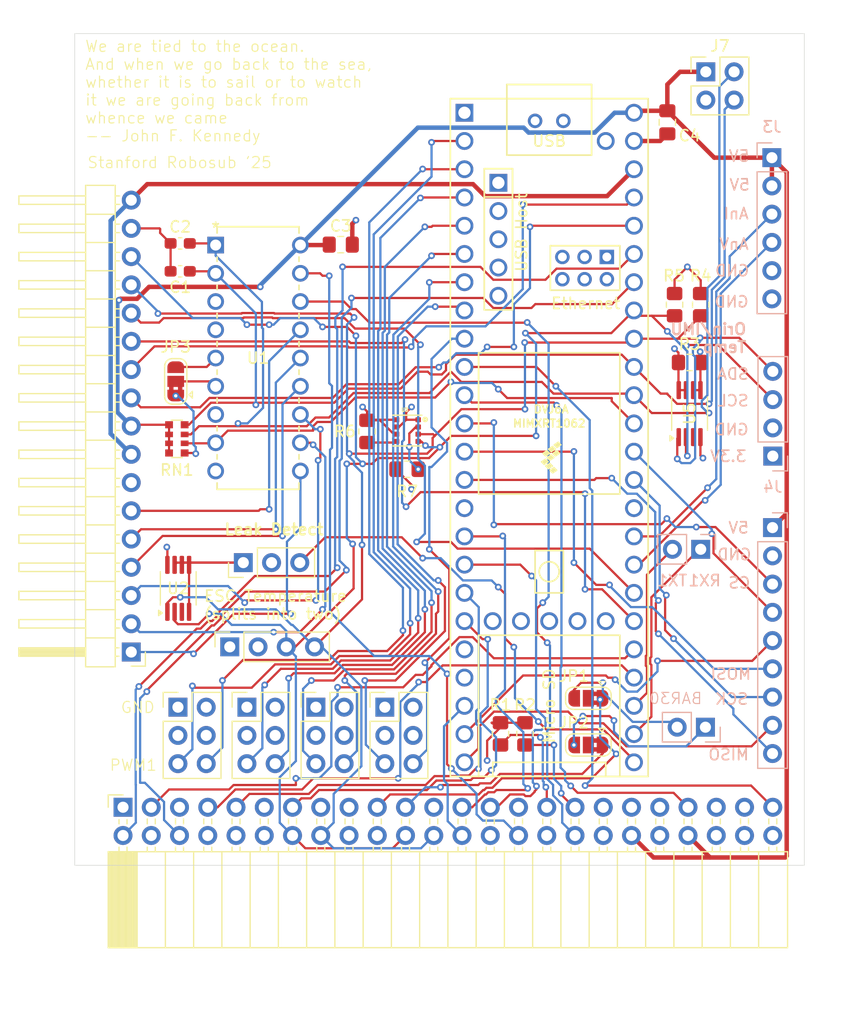
<source format=kicad_pcb>
(kicad_pcb (version 20240108) (generator "pcbnew") (generator_version "8.0")
  (layers (0 "F.Cu" signal) (1 "In1.Cu" signal) (2 "In2.Cu" signal) (31 "B.Cu" signal) (34 "B.Paste" user) (35 "F.Paste" user) (36 "B.SilkS" user "B.Silkscreen") (37 "F.SilkS" user "F.Silkscreen") (38 "B.Mask" user) (39 "F.Mask" user) (44 "Edge.Cuts" user))
  (net 0 "")
  (net 1 "PWM0")
  (net 2 "GND")
  (net 3 "PWM1")
  (net 4 "PWM2")
  (net 5 "PWM3")
  (net 6 "PWM4")
  (net 7 "PWM5")
  (net 8 "PWM6")
  (net 9 "UART_RX2")
  (net 10 "UART_TX2")
  (net 11 "I2C1_SDA")
  (net 12 "I2C1_SCL")
  (net 13 "I2C2_SCL")
  (net 14 "I2C2_SDA")
  (net 15 "SPI_MOSI")
  (net 16 "SPI_SCK")
  (net 17 "SPI_MISO")
  (net 18 "PWM7")
  (net 19 "PWM8")
  (net 20 "PWM9")
  (net 21 "Net-(J1-Pin_21)")
  (net 22 "Analog_Current")
  (net 23 "Analog_Voltage")
  (net 24 "+5V")
  (net 25 "+3.3V")
  (net 26 "D5")
  (net 27 "D7")
  (net 28 "D6")
  (net 29 "SPI_CS1")
  (net 30 "UART_TX1")
  (net 31 "UART_RX1")
  (net 32 "Net-(J1-Pin_19)")
  (net 34 "BAR_SDA")
  (net 49 "A4")
  (net 50 "A3")
  (net 55 "BAR_SCL")
  (net 56 "Ai_s")
  (net 59 "Ab_s")
  (net 60 "D3.3v_GE")
  (net 61 "Dkill_out")
  (net 62 "Net-(JP3-A)")
  (net 63 "Net-(JP3-C)")
  (net 64 "xD2")
  (net 65 "UART_RX3")
  (net 66 "xD0")
  (net 67 "xD5")
  (net 68 "xD4")
  (net 69 "xD3")
  (net 70 "UART_TX3")
  (net 72 "Dleak")
  (net 73 "xD1")
  (net 74 "xD6")
  (net 75 "xD7")
  (net 78 "Dint")
  (net 79 "Dled2")
  (net 80 "Dswitch2")
  (net 81 "Dswitch1")
  (net 82 "Dled1")
  (net 83 "Net-(U3-SDO)")
  (net 84 "Net-(U3-CSB)")
  (footprint "MountingHole:MountingHole_3.2mm_M3" (layer "F.Cu") (at 164.4 115)
    (property "Reference" "H3" (hide yes))
    (property "Value" "MountingHole" (hide yes))
  )
  (footprint "Imported Footprints:MCP3008" (layer "F.Cu") (at 149.79 80.44)
    (property "Reference" "U1")
    (property "Value" "MCP23008-E_P" (hide yes))
  )
  (footprint "Connector_PinHeader_2.54mm:PinHeader_1x03_P2.54mm_Vertical" (layer "F.Cu") (at 152.275 109 90)
    (property "Reference" "J2" (hide yes))
    (property "Value" "Conn_01x03_Pin" (hide yes))
  )
  (footprint "Resistor_SMD:R_0805_2012Metric_Pad1.20x1.40mm_HandSolder" (layer "F.Cu") (at 191.05 85.8 -90)
    (property "Reference" "R5")
    (property "Value" "10k" (hide yes))
  )
  (footprint "Resistor_SMD:R_0805_2012Metric_Pad1.20x1.40mm_HandSolder" (layer "F.Cu") (at 177.6 124.4 -90)
    (property "Reference" "R2")
    (property "Value" "10k" (hide yes))
  )
  (footprint "Connector_PinHeader_2.54mm:PinHeader_2x02_P2.54mm_Vertical" (layer "F.Cu") (at 193.86 64.86)
    (property "Reference" "J7")
    (property "Value" "Conn_02x02_Odd_Even" (hide yes))
  )
  (footprint "Package_SO:MSOP-8_3x3mm_P0.65mm" (layer "F.Cu") (at 146.425 111.3125 90)
    (property "Reference" "U2")
    (property "Value" "MCP9808_MSOP" (hide yes))
  )
  (footprint "Connector_PinHeader_2.54mm:PinHeader_2x03_P2.54mm_Vertical" (layer "F.Cu") (at 152.6 122)
    (property "Reference" "J19" (hide yes))
    (property "Value" "Conn_02x03_Odd_Even" (hide yes))
  )
  (footprint "Package_SO:MSOP-8_3x3mm_P0.65mm" (layer "F.Cu") (at 192.4 95.6 90)
    (property "Reference" "U5")
    (property "Value" "MCP9808_MSOP" (hide yes))
  )
  (footprint "Connector_PinHeader_2.54mm:PinHeader_1x17_P2.54mm_Horizontal" (layer "F.Cu") (at 142.2 117.04 180)
    (property "Reference" "J10" (hide yes))
    (property "Value" "Conn_01x17_Pin" (hide yes))
  )
  (footprint "Module:Teensy41" (layer "F.Cu") (at 179.78 97.7508 -90)
    (property "Reference" "U4" (hide yes))
    (property "Value" "Teensy4.1" (hide yes))
  )
  (footprint "Imported Footprints:BME280" (layer "F.Cu") (at 167.03 97.125)
    (property "Reference" "U3")
    (property "Value" "BME280" (hide yes))
  )
  (footprint "Jumper:SolderJumper-3_P1.3mm_Bridged2Bar12_RoundedPad1.0x1.5mm" (layer "F.Cu") (at 183.3 121.2 180)
    (property "Reference" "JP1")
    (property "Value" "Jumper_3_Bridged12" (hide yes))
  )
  (footprint "Connector_PinHeader_2.54mm:PinHeader_2x03_P2.54mm_Vertical" (layer "F.Cu") (at 165 122)
    (property "Reference" "J20" (hide yes))
    (property "Value" "Conn_02x03_Odd_Even" (hide yes))
  )
  (footprint "Connector_PinHeader_2.54mm:PinHeader_2x03_P2.54mm_Vertical" (layer "F.Cu") (at 146.4 122)
    (property "Reference" "J17" (hide yes))
    (property "Value" "Conn_02x03_Odd_Even" (hide yes))
  )
  (footprint "Resistor_SMD:R_0805_2012Metric_Pad1.20x1.40mm_HandSolder" (layer "F.Cu") (at 167 100.6)
    (property "Reference" "R7")
    (property "Value" "10k" (hide yes))
  )
  (footprint "Capacitor_SMD:C_0805_2012Metric_Pad1.18x1.45mm_HandSolder" (layer "F.Cu") (at 161.0375 80.4)
    (property "Reference" "C3")
    (property "Value" "10uF" (hide yes))
  )
  (footprint "Resistor_SMD:R_0805_2012Metric_Pad1.20x1.40mm_HandSolder" (layer "F.Cu") (at 163.4 97.2 -90)
    (property "Reference" "R6")
    (property "Value" "10k" (hide yes))
  )
  (footprint "Jumper:SolderJumper-3_P1.3mm_Bridged2Bar12_RoundedPad1.0x1.5mm" (layer "F.Cu") (at 183.3 125.4 180)
    (property "Reference" "JP2")
    (property "Value" "Jumper_3_Bridged12" (hide yes))
  )
  (footprint "Resistor_SMD:R_Array_Convex_4x0612" (layer "F.Cu") (at 146.3 97.87 180)
    (property "Reference" "RN1")
    (property "Value" "10kΩ" (hide yes))
  )
  (footprint "Resistor_SMD:R_0805_2012Metric_Pad1.20x1.40mm_HandSolder" (layer "F.Cu") (at 175.4 124.4 -90)
    (property "Reference" "R1")
    (property "Value" "10k" (hide yes))
  )
  (footprint "Connector_PinHeader_2.54mm:PinHeader_2x03_P2.54mm_Vertical" (layer "F.Cu") (at 158.8 122)
    (property "Reference" "J18" (hide yes))
    (property "Value" "Conn_02x03_Odd_Even" (hide yes))
  )
  (footprint "MountingHole:MountingHole_3.2mm_M3" (layer "F.Cu") (at 194.4 115)
    (property "Reference" "H1" (hide yes))
    (property "Value" "MountingHole" (hide yes))
  )
  (footprint "Capacitor_SMD:C_0805_2012Metric_Pad1.18x1.45mm_HandSolder" (layer "F.Cu") (at 190.4 69.4 -90)
    (property "Reference" "C4")
    (property "Value" "10uF" (hide yes))
  )
  (footprint "Capacitor_SMD:C_0603_1608Metric_Pad1.08x0.95mm_HandSolder" (layer "F.Cu") (at 146.6 82.8 180)
    (property "Reference" "C1")
    (property "Value" "135p" (hide yes))
  )
  (footprint "Resistor_SMD:R_0805_2012Metric_Pad1.20x1.40mm_HandSolder" (layer "F.Cu") (at 192.4 91)
    (property "Reference" "R3")
    (property "Value" "10k" (hide yes))
  )
  (footprint "MountingHole:MountingHole_3.2mm_M3" (layer "F.Cu") (at 164.4 70)
    (property "Reference" "H4" (hide yes))
    (property "Value" "MountingHole" (hide yes))
  )
  (footprint "Jumper:SolderJumper-3_P1.3mm_Bridged2Bar12_RoundedPad1.0x1.5mm" (layer "F.Cu") (at 146.2 92.7 90)
    (property "Reference" "JP3")
    (property "Value" "Jumper_3_Bridged12" (hide yes))
  )
  (footprint "Connector_PinSocket_2.54mm:PinSocket_1x04_P2.54mm_Vertical" (layer "F.Cu") (at 151.06 116.575 90)
    (property "Reference" "J5" (hide yes))
    (property "Value" "BUS2" (hide yes))
  )
  (footprint "Capacitor_SMD:C_0603_1608Metric_Pad1.08x0.95mm_HandSolder" (layer "F.Cu") (at 146.6 80.29 180)
    (property "Reference" "C2")
    (property "Value" "135p" (hide yes))
  )
  (footprint "Connector_PinSocket_2.54mm:PinSocket_2x24_P2.54mm_Horizontal" (layer "F.Cu") (at 141.46 131 90)
    (property "Reference" "J1" (hide yes))
    (property "Value" "Conn_02x24_Odd_Even" (hide yes))
  )
  (footprint "Resistor_SMD:R_0805_2012Metric_Pad1.20x1.40mm_HandSolder" (layer "F.Cu") (at 193.4 85.8 -90)
    (property "Reference" "R4")
    (property "Value" "10k" (hide yes))
  )
  (footprint "Connector_PinHeader_2.54mm:PinHeader_1x02_P2.54mm_Vertical" (layer "B.Cu") (at 193.825 123.8 90)
    (property "Reference" "J6" (hide yes))
    (property "Value" "Conn_01x02_Pin" (hide yes))
  )
  (footprint "Connector_PinSocket_2.54mm:PinSocket_1x06_P2.54mm_Vertical" (layer "B.Cu") (at 199.8 72.58 180)
    (property "Reference" "J3")
    (property "Value" "PixHawk PM02" (hide yes))
  )
  (footprint "Connector_PinSocket_2.54mm:PinSocket_1x02_P2.54mm_Vertical" (layer "B.Cu") (at 193.4 107.8 90)
    (property "Reference" "J8" (hide yes))
    (property "Value" "UART" (hide yes))
  )
  (footprint "Connector_PinHeader_2.54mm:PinHeader_1x09_P2.54mm_Vertical" (layer "B.Cu") (at 199.857 105.85 180)
    (property "Reference" "J9" (hide yes))
    (property "Value" "Conn_01x09_Pin" (hide yes))
  )
  (footprint "Connector_PinSocket_2.54mm:PinSocket_1x04_P2.54mm_Vertical" (layer "B.Cu") (at 199.882 99.42)
    (property "Reference" "J4")
    (property "Value" "BUS1" (hide yes))
  )
  (gr_rect (start 137.1184 61.4176) (end 202.7184 136.2176) (stroke (width 0.05)) (fill none) (layer "Edge.Cuts"))
  (gr_text "GND" (at 194.8 108.85 -0) (layer "B.SilkS") (effects (font (size 1 1)) (justify right bottom mirror)))
  (gr_text "5V" (at 195.8 106.45 -0) (layer "B.SilkS") (effects (font (size 1 1)) (justify right bottom mirror)))
  (gr_text "SCL" (at 197.8 95.02 0) (layer "B.SilkS") (effects (font (size 1 1)) (justify left bottom mirror)))
  (gr_text "CS" (at 195.8 111.4 -0) (layer "B.SilkS") (effects (font (size 1 1)) (justify right bottom mirror)))
  (gr_text "Orin/IMU \nTemp" (at 197.6 90.2 0) (layer "B.SilkS") (effects (font (size 1 1) (thickness 0.2) (bold yes)) (justify left bottom mirror)))
  (gr_text "GND" (at 197.8 86.1248 -0) (layer "B.SilkS") (effects (font (size 1 1)) (justify left bottom mirror)))
  (gr_text "3.3V" (at 197.6 100.02 0) (layer "B.SilkS") (effects (font (size 1 1)) (justify left bottom mirror)))
  (gr_text "GND" (at 197.8 97.62 -0) (layer "B.SilkS") (effects (font (size 1 1)) (justify left bottom mirror)))
  (gr_text "TX1" (at 189.4 111.2 0) (layer "B.SilkS") (effects (font (size 1 1)) (justify right bottom mirror)))
  (gr_text "AnV" (at 197.8 80.9432 -0) (layer "B.SilkS") (effects (font (size 1 1)) (justify left bottom mirror)))
  (gr_text "AnI" (at 197.8 78.2 -0) (layer "B.SilkS") (effects (font (size 1 1)) (justify left bottom mirror)))
  (gr_text "5V" (at 197.8508 73.0184 -0) (layer "B.SilkS") (effects (font (size 1 1)) (justify left bottom mirror)))
  (gr_text "MOSI" (at 194.2 119.6 -0) (layer "B.SilkS") (effects (font (size 1 1)) (justify right bottom mirror)))
  (gr_text "SDA" (at 197.8 92.62 0) (layer "B.SilkS") (effects (font (size 1 1)) (justify left bottom mirror)))
  (gr_text "5V" (at 197.9016 75.6092 -0) (layer "B.SilkS") (effects (font (size 1 1)) (justify left bottom mirror)))
  (gr_text "RX1" (at 192.2 111.2 0) (layer "B.SilkS") (effects (font (size 1 1)) (justify right bottom mirror)))
  (gr_text "MISO" (at 194 126.85 -0) (layer "B.SilkS") (effects (font (size 1 1)) (justify right bottom mirror)))
  (gr_text "GND" (at 197.8508 83.3308 -0) (layer "B.SilkS") (effects (font (size 1 1)) (justify left bottom mirror)))
  (gr_text "SCK" (at 194.6 121.85 -0) (layer "B.SilkS") (effects (font (size 1 1)) (justify right bottom mirror)))
  (gr_text "BAR30" (at 193.6 121.8 0) (layer "B.SilkS") (effects (font (size 1 1) (thickness 0.1)) (justify left bottom mirror)))
  (gr_text "PWM1" (at 140.2 127.8 0) (layer "F.SilkS") (effects (font (size 1 1) (thickness 0.1)) (justify left bottom)))
  (gr_text "We are tied to the ocean. \nAnd when we go back to the sea, \nwhether it is to sail or to watch \nit we are going back from \nwhence we came\n-- John F. Kennedy" (at 138 71.2 0) (layer "F.SilkS") (effects (font (size 1 1) (thickness 0.1)) (justify left bottom)))
  (gr_text "GND" (at 141.2 122.6 0) (layer "F.SilkS") (effects (font (size 1 1) (thickness 0.1)) (justify left bottom)))
  (gr_text "ESC Temperature\n(splits into two)\n" (at 148.66 114.2 0) (layer "F.SilkS") (effects (font (size 1 1)) (justify left bottom)))
  (gr_text "Stanford Robosub '25" (at 138.2 73.6 0) (layer "F.SilkS") (effects (font (size 1 1) (thickness 0.1)) (justify left bottom)))
  (gr_text "Leak Detect" (at 150.475 106.6 0) (layer "F.SilkS") (effects (font (size 1 1) (thickness 0.2) (bold yes)) (justify left bottom)))
  (segment (start 147.862267 120.25) (end 153.030761 120.25) (width 0.2) (layer "F.Cu") (net 1))
  (segment (start 153.030761 120.25) (end 155.130761 118.15) (width 0.2) (layer "F.Cu") (net 1))
  (segment (start 167.276922 115.44648) (end 167.276922 114.446835) (width 0.2) (layer "F.Cu") (net 1))
  (segment (start 165.323402 117.4) (end 167.276922 115.44648) (width 0.2) (layer "F.Cu") (net 1))
  (segment (start 160.152942 118.15) (end 160.902942 117.4) (width 0.2) (layer "F.Cu") (net 1))
  (segment (start 160.902942 117.4) (end 165.323402 117.4) (width 0.2) (layer "F.Cu") (net 1))
  (segment (start 169.2 71.2) (end 169.3192 71.0808) (width 0.2) (layer "F.Cu") (net 1))
  (segment (start 147.698731 120.086464) (end 147.862267 120.25) (width 0.2) (layer "F.Cu") (net 1))
  (segment (start 169.3192 71.0808) (end 172.16 71.0808) (width 0.2) (layer "F.Cu") (net 1))
  (segment (start 155.130761 118.15) (end 160.152942 118.15) (width 0.2) (layer "F.Cu") (net 1))
  (via (at 169.2 71.2) (size 0.6) (drill 0.3) (layers "F.Cu" "B.Cu") (net 1))
  (via (at 147.698731 120.086464) (size 0.6) (drill 0.3) (layers "F.Cu" "B.Cu") (net 1))
  (via (at 167.276922 114.446835) (size 0.6) (drill 0.3) (layers "F.Cu" "B.Cu") (net 1))
  (segment (start 146.4 127.08) (end 147.698731 125.781269) (width 0.2) (layer "B.Cu") (net 1))
  (segment (start 167.276922 111.339665) (end 167.276922 114.446835) (width 0.2) (layer "B.Cu") (net 1))
  (segment (start 169.2 71.2) (end 169.2 74.280761) (width 0.2) (layer "B.Cu") (net 1))
  (segment (start 164 79.480761) (end 164 108.062743) (width 0.2) (layer "B.Cu") (net 1))
  (segment (start 147.698731 125.781269) (end 147.698731 120.086464) (width 0.2) (layer "B.Cu") (net 1))
  (segment (start 164 108.062743) (end 167.276922 111.339665) (width 0.2) (layer "B.Cu") (net 1))
  (segment (start 169.2 74.280761) (end 164 79.480761) (width 0.2) (layer "B.Cu") (net 1))
  (segment (start 146.95 109) (end 152.275 109) (width 0.2) (layer "F.Cu") (net 2))
  (segment (start 193.375 99.375) (end 193.6 99.6) (width 0.2) (layer "F.Cu") (net 2))
  (segment (start 145.7375 80.29) (end 144.8 79.3525) (width 0.2) (layer "F.Cu") (net 2))
  (segment (start 192.725 93.4875) (end 193.375 93.4875) (width 0.2) (layer "F.Cu") (net 2))
  (segment (start 146.3 109) (end 152.275 109) (width 0.2) (layer "F.Cu") (net 2))
  (segment (start 193.4 90.540328) (end 193.4 90.079784) (width 0.2) (layer "F.Cu") (net 2))
  (segment (start 144.74 78.94) (end 142.2 78.94) (width 0.2) (layer "F.Cu") (net 2))
  (segment (start 166.922872 96.15) (end 166.922872 95.477128) (width 0.2) (layer "F.Cu") (net 2))
  (segment (start 148.99 91.4) (end 149.79 90.6) (width 0.2) (layer "F.Cu") (net 2))
  (segment (start 162.075 80.4) (end 162.075 78.525) (width 0.4) (layer "F.Cu") (net 2))
  (segment (start 189.7567 71.0808) (end 190.4 70.4375) (width 0.4) (layer "F.Cu") (net 2))
  (segment (start 168 96.15) (end 166.922872 96.15) (width 0.2) (layer "F.Cu") (net 2))
  (segment (start 144.8 79.3525) (end 144.8 79) (width 0.2) (layer "F.Cu") (net 2))
  (segment (start 145.7375 82.8) (end 145.7375 80.29) (width 0.2) (layer "F.Cu") (net 2))
  (segment (start 193.375 93.4875) (end 193.375 91.025) (width 0.2) (layer "F.Cu") (net 2))
  (segment (start 166.272872 96.8) (end 166.06 96.8) (width 0.2) (layer "F.Cu") (net 2))
  (segment (start 166.922872 96.15) (end 166.272872 96.8) (width 0.2) (layer "F.Cu") (net 2))
  (segment (start 147.4 113.425) (end 147.4 109.2) (width 0.2) (layer "F.Cu") (net 2))
  (segment (start 193.4 90.079784) (end 193.35 90.029784) (width 0.2) (layer "F.Cu") (net 2))
  (segment (start 146.75 109.2) (end 146.95 109) (width 0.2) (layer "F.Cu") (net 2))
  (segment (start 146.1 109.2) (end 146.3 109) (width 0.2) (layer "F.Cu") (net 2))
  (segment (start 162.075 78.525) (end 162.4 78.2) (width 0.4) (layer "F.Cu") (net 2))
  (segment (start 187.4 71.0808) (end 189.7567 71.0808) (width 0.4) (layer "F.Cu") (net 2))
  (segment (start 193.375 97.7125) (end 193.375 99.375) (width 0.2) (layer "F.Cu") (net 2))
  (segment (start 144.8 79) (end 144.74 78.94) (width 0.2) (layer "F.Cu") (net 2))
  (segment (start 146.2 91.4) (end 148.99 91.4) (width 0.2) (layer "F.Cu") (net 2))
  (segment (start 166.922872 95.477128) (end 167.4 95) (width 0.2) (layer "F.Cu") (net 2))
  (via (at 193.6 99.6) (size 0.6) (drill 0.3) (layers "F.Cu" "B.Cu") (net 2))
  (via (at 167.4 95) (size 0.6) (drill 0.3) (layers "F.Cu" "B.Cu") (net 2))
  (via (at 162.4 78.2) (size 0.6) (drill 0.3) (layers "F.Cu" "B.Cu") (net 2))
  (via (at 193.35 90.029784) (size 0.6) (drill 0.3) (layers "F.Cu" "B.Cu") (net 2))
  (segment (start 159.987256 117.75) (end 160.787256 116.95) (width 0.2) (layer "F.Cu") (net 3))
  (segment (start 168.4 73.6) (end 168.4208 73.6208) (width 0.2) (layer "F.Cu") (net 3))
  (segment (start 166.626922 115.530794) (end 166.626922 115.109336) (width 0.2) (layer "F.Cu") (net 3))
  (segment (start 160.787256 116.95) (end 165.207716 116.95) (width 0.2) (layer "F.Cu") (net 3))
  (segment (start 165.207716 116.95) (end 166.626922 115.530794) (width 0.2) (layer "F.Cu") (net 3))
  (segment (start 150.4 119.6) (end 152.25 117.75) (width 0.2) (layer "F.Cu") (net 3))
  (segment (start 152.25 117.75) (end 159.987256 117.75) (width 0.2) (layer "F.Cu") (net 3))
  (segment (start 168.4208 73.6208) (end 172.16 73.6208) (width 0.2) (layer "F.Cu") (net 3))
  (via (at 150.4 119.6) (size 0.6) (drill 0.3) (layers "F.Cu" "B.Cu") (net 3))
  (via (at 166.626922 115.109336) (size 0.6) (drill 0.3) (layers "F.Cu" "B.Cu") (net 3))
  (via (at 168.4 73.6) (size 0.6) (drill 0.3) (layers "F.Cu" "B.Cu") (net 3))
  (segment (start 168.4 73.6) (end 163.6 78.4) (width 0.2) (layer "B.Cu") (net 3))
  (segment (start 148.94 127.08) (end 150.4 125.62) (width 0.2) (layer "B.Cu") (net 3))
  (segment (start 166.626922 111.255352) (end 166.626922 115.109336) (width 0.2) (layer "B.Cu") (net 3))
  (segment (start 150.4 125.62) (end 150.4 119.6) (width 0.2) (layer "B.Cu") (net 3))
  (segment (start 163.6 108.22843) (end 166.626922 111.255352) (width 0.2) (layer "B.Cu") (net 3))
  (segment (start 163.6 78.4) (end 163.6 108.22843) (width 0.2) (layer "B.Cu") (net 3))
  (segment (start 165.489088 117.8) (end 168 115.289088) (width 0.2) (layer "F.Cu") (net 4))
  (segment (start 168 115.289088) (end 168 114) (width 0.2) (layer "F.Cu") (net 4))
  (segment (start 168.2392 76.1608) (end 172.16 76.1608) (width 0.2) (layer "F.Cu") (net 4))
  (segment (start 160.318628 118.55) (end 161.068628 117.8) (width 0.2) (layer "F.Cu") (net 4))
  (segment (start 154.2 120) (end 155.65 118.55) (width 0.2) (layer "F.Cu") (net 4))
  (segment (start 155.65 118.55) (end 160.318628 118.55) (width 0.2) (layer "F.Cu") (net 4))
  (segment (start 161.068628 117.8) (end 165.489088 117.8) (width 0.2) (layer "F.Cu") (net 4))
  (segment (start 168.2 76.2) (end 168.2392 76.1608) (width 0.2) (layer "F.Cu") (net 4))
  (via (at 168.2 76.2) (size 0.6) (drill 0.3) (layers "F.Cu" "B.Cu") (net 4))
  (via (at 154.2 120) (size 0.6) (drill 0.3) (layers "F.Cu" "B.Cu") (net 4))
  (via (at 168 114) (size 0.6) (drill 0.3) (layers "F.Cu" "B.Cu") (net 4))
  (segment (start 164.6 87.972367) (end 164.6 79.8) (width 0.2) (layer "B.Cu") (net 4))
  (segment (start 164.4 88.172367) (end 164.6 87.972367) (width 0.2) (layer "B.Cu") (net 4))
  (segment (start 164.6 79.8) (end 168.2 76.2) (width 0.2) (layer "B.Cu") (net 4))
  (segment (start 168 114) (end 168 111.497058) (width 0.2) (layer "B.Cu") (net 4))
  (segment (start 153.99 120.21) (end 154.2 120) (width 0.2) (layer "B.Cu") (net 4))
  (segment (start 168 111.497058) (end 164.4 107.897058) (width 0.2) (layer "B.Cu") (net 4))
  (segment (start 164.4 107.897058) (end 164.4 88.172367) (width 0.2) (layer "B.Cu") (net 4))
  (segment (start 153.99 125.69) (end 153.99 120.21) (width 0.2) (layer "B.Cu") (net 4))
  (segment (start 152.6 127.08) (end 153.99 125.69) (width 0.2) (layer "B.Cu") (net 4))
  (segment (start 168.6 113.2) (end 168.6 115.254774) (width 0.2) (layer "F.Cu") (net 5))
  (segment (start 156.79653 118.95) (end 156.35 119.39653) (width 0.2) (layer "F.Cu") (net 5))
  (segment (start 165.654774 118.2) (end 161.234314 118.2) (width 0.2) (layer "F.Cu") (net 5))
  (segment (start 168.6 115.254774) (end 165.654774 118.2) (width 0.2) (layer "F.Cu") (net 5))
  (segment (start 160.484314 118.95) (end 156.79653 118.95) (width 0.2) (layer "F.Cu") (net 5))
  (segment (start 168.6 78.8) (end 169.2 78.8) (width 0.2) (layer "F.Cu") (net 5))
  (segment (start 161.234314 118.2) (end 160.484314 118.95) (width 0.2) (layer "F.Cu") (net 5))
  (segment (start 169.2992 78.7008) (end 172.16 78.7008) (width 0.2) (layer "F.Cu") (net 5))
  (segment (start 169.2 78.8) (end 169.2992 78.7008) (width 0.2) (layer "F.Cu") (net 5))
  (via (at 156.35 119.39653) (size 0.6) (drill 0.3) (layers "F.Cu" "B.Cu") (net 5))
  (via (at 168.6 113.2) (size 0.6) (drill 0.3) (layers "F.Cu" "B.Cu") (net 5))
  (via (at 168.6 78.8) (size 0.6) (drill 0.3) (layers "F.Cu" "B.Cu") (net 5))
  (segment (start 164.8 88.338056) (end 165 88.138056) (width 0.2) (layer "B.Cu") (net 5))
  (segment (start 155.14 127.08) (end 156.35 125.87) (width 0.2) (layer "B.Cu") (net 5))
  (segment (start 165 88.138056) (end 165 82.4) (width 0.2) (layer "B.Cu") (net 5))
  (segment (start 168.6 113.2) (end 168.6 111.531372) (width 0.2) (layer "B.Cu") (net 5))
  (segment (start 164.8 107.731372) (end 164.8 88.338056) (width 0.2) (layer "B.Cu") (net 5))
  (segment (start 165 82.4) (end 168.6 78.8) (width 0.2) (layer "B.Cu") (net 5))
  (segment (start 168.6 111.531372) (end 164.8 107.731372) (width 0.2) (layer "B.Cu") (net 5))
  (segment (start 156.35 125.87) (end 156.35 119.39653) (width 0.2) (layer "B.Cu") (net 5))
  (segment (start 160.4 119.6) (end 161.4 118.6) (width 0.2) (layer "F.Cu") (net 6))
  (segment (start 169.2 81.4) (end 169.3592 81.2408) (width 0.2) (layer "F.Cu") (net 6))
  (segment (start 158.4 119.6) (end 160.4 119.6) (width 0.2) (layer "F.Cu") (net 6))
  (segment (start 169.3592 81.2408) (end 172.16 81.2408) (width 0.2) (layer "F.Cu") (net 6))
  (segment (start 161.4 118.6) (end 165.82046 118.6) (width 0.2) (layer "F.Cu") (net 6))
  (segment (start 165.82046 118.6) (end 169.2 115.22046) (width 0.2) (layer "F.Cu") (net 6))
  (segment (start 169.2 115.22046) (end 169.2 112.6) (width 0.2) (layer "F.Cu") (net 6))
  (via (at 158.4 119.6) (size 0.6) (drill 0.3) (layers "F.Cu" "B.Cu") (net 6))
  (via (at 169.2 81.4) (size 0.6) (drill 0.3) (layers "F.Cu" "B.Cu") (net 6))
  (via (at 169.2 112.6) (size 0.6) (drill 0.3) (layers "F.Cu" "B.Cu") (net 6))
  (segment (start 157.65 120.35) (end 158.4 119.6) (width 0.2) (layer "B.Cu") (net 6))
  (segment (start 169.2 112.6) (end 169.2 111.565686) (width 0.2) (layer "B.Cu") (net 6))
  (segment (start 165.4 85.2) (end 169.2 81.4) (width 0.2) (layer "B.Cu") (net 6))
  (segment (start 169.2 111.565686) (end 165.2 107.565686) (width 0.2) (layer "B.Cu") (net 6))
  (segment (start 165.4 88.303745) (end 165.4 85.2) (width 0.2) (layer "B.Cu") (net 6))
  (segment (start 157.65 125.93) (end 157.65 120.35) (width 0.2) (layer "B.Cu") (net 6))
  (segment (start 158.8 127.08) (end 157.65 125.93) (width 0.2) (layer "B.Cu") (net 6))
  (segment (start 165.2 107.565686) (end 165.2 88.503745) (width 0.2) (layer "B.Cu") (net 6))
  (segment (start 165.2 88.503745) (end 165.4 88.303745) (width 0.2) (layer "B.Cu") (net 6))
  (segment (start 169.0192 83.7808) (end 172.16 83.7808) (width 0.2) (layer "F.Cu") (net 7))
  (segment (start 169.6 115.386145) (end 169.6 113.6) (width 0.2) (layer "F.Cu") (net 7))
  (segment (start 165.986145 119) (end 169.6 115.386145) (width 0.2) (layer "F.Cu") (net 7))
  (segment (start 169.6 113.6) (end 169.8 113.4) (width 0.2) (layer "F.Cu") (net 7))
  (segment (start 161.4 119.165686) (end 161.565686 119) (width 0.2) (layer "F.Cu") (net 7))
  (segment (start 169.8 113.4) (end 169.8 111.6) (width 0.2) (layer "F.Cu") (net 7))
  (segment (start 169 83.8) (end 169.0192 83.7808) (width 0.2) (layer "F.Cu") (net 7))
  (segment (start 161.4 119.6) (end 161.4 119.165686) (width 0.2) (layer "F.Cu") (net 7))
  (segment (start 161.565686 119) (end 165.986145 119) (width 0.2) (layer "F.Cu") (net 7))
  (via (at 161.4 119.6) (size 0.6) (drill 0.3) (layers "F.Cu" "B.Cu") (net 7))
  (via (at 169.8 111.6) (size 0.6) (drill 0.3) (layers "F.Cu" "B.Cu") (net 7))
  (via (at 169 83.8) (size 0.6) (drill 0.3) (layers "F.Cu" "B.Cu") (net 7))
  (segment (start 162.49 120.69) (end 161.4 119.6) (width 0.2) (layer "B.Cu") (net 7))
  (segment (start 161.34 127.08) (end 162.49 125.93) (width 0.2) (layer "B.Cu") (net 7))
  (segment (start 165.768834 97.780551) (end 165.768834 88.500599) (width 0.2) (layer "B.Cu") (net 7))
  (segment (start 165.750005 107.550005) (end 165.750005 97.799379) (width 0.2) (layer "B.Cu") (net 7))
  (segment (start 165.750005 97.799379) (end 165.768834 97.780551) (width 0.2) (layer "B.Cu") (net 7))
  (segment (start 169 85.269433) (end 169 83.8) (width 0.2) (layer "B.Cu") (net 7))
  (segment (start 162.49 125.93) (end 162.49 120.69) (width 0.2) (layer "B.Cu") (net 7))
  (segment (start 169.8 111.6) (end 165.750005 107.550005) (width 0.2) (layer "B.Cu") (net 7))
  (segment (start 165.768834 88.500599) (end 169 85.269433) (width 0.2) (layer "B.Cu") (net 7))
  (segment (start 170.4 111.2) (end 169.8 110.6) (width 0.2) (layer "F.Cu") (net 8))
  (segment (start 170.4 115.151831) (end 170.4 111.2) (width 0.2) (layer "F.Cu") (net 8))
  (segment (start 171.818286 85.979086) (end 169.529891 85.979086) (width 0.2) (layer "F.Cu") (net 8))
  (segment (start 165.951831 119.6) (end 170.4 115.151831) (width 0.2) (layer "F.Cu") (net 8))
  (segment (start 163.2 119.6) (end 165.951831 119.6) (width 0.2) (layer "F.Cu") (net 8))
  (via (at 169.529891 85.979086) (size 0.6) (drill 0.3) (layers "F.Cu" "B.Cu") (net 8))
  (via (at 163.2 119.6) (size 0.6) (drill 0.3) (layers "F.Cu" "B.Cu") (net 8))
  (via (at 169.8 110.6) (size 0.6) (drill 0.3) (layers "F.Cu" "B.Cu") (net 8))
  (segment (start 166.15 97.965075) (end 166.168834 97.946242) (width 0.2) (layer "B.Cu") (net 8))
  (segment (start 168.856033 85.979086) (end 169.529891 85.979086) (width 0.2) (layer "B.Cu") (net 8))
  (segment (start 166.15 107.35) (end 166.15 97.965075) (width 0.2) (layer "B.Cu") (net 8))
  (segment (start 166.168834 97.946242) (end 166.168834 88.666285) (width 0.2) (layer "B.Cu") (net 8))
  (segment (start 169.4 110.6) (end 166.15 107.35) (width 0.2) (layer "B.Cu") (net 8))
  (segment (start 163.29 119.69) (end 163.2 119.6) (width 0.2) (layer "B.Cu") (net 8))
  (segment (start 165 127.08) (end 163.29 125.37) (width 0.2) (layer "B.Cu") (net 8))
  (segment (start 169.8 110.6) (end 169.4 110.6) (width 0.2) (layer "B.Cu") (net 8))
  (segment (start 166.168834 88.666285) (end 168.856033 85.979086) (width 0.2) (layer "B.Cu") (net 8))
  (segment (start 163.29 125.37) (end 163.29 119.69) (width 0.2) (layer "B.Cu") (net 8))
  (segment (start 182 131) (end 180.85962 129.85962) (width 0.2) (layer "F.Cu") (net 9))
  (segment (start 180.2 125.4) (end 177.6 125.4) (width 0.2) (layer "F.Cu") (net 9))
  (segment (start 180.85962 129.85962) (end 180.85962 129.74038) (width 0.2) (layer "F.Cu") (net 9))
  (via (at 180.2 125.4) (size 0.6) (drill 0.3) (layers "F.Cu" "B.Cu") (net 9))
  (via (at 180.85962 129.74038) (size 0.6) (drill 0.3) (layers "F.Cu" "B.Cu") (net 9))
  (segment (start 180.85962 129.090928) (end 180.85962 129.74038) (width 0.2) (layer "B.Cu") (net 9))
  (segment (start 180.2 125.4) (end 180.2 128.431308) (width 0.2) (layer "B.Cu") (net 9))
  (segment (start 180.2 128.431308) (end 180.85962 129.090928) (width 0.2) (layer "B.Cu") (net 9))
  (segment (start 179.56 131) (end 179.56 129.276233) (width 0.2) (layer "F.Cu") (net 10))
  (segment (start 175.4 125.4) (end 176.3 124.5) (width 0.2) (layer "F.Cu") (net 10))
  (segment (start 178.770054 124.5) (end 178.985712 124.715658) (width 0.2) (layer "F.Cu") (net 10))
  (segment (start 179.56 129.276233) (end 179.478418 129.194651) (width 0.2) (layer "F.Cu") (net 10))
  (segment (start 176.3 124.5) (end 178.770054 124.5) (width 0.2) (layer "F.Cu") (net 10))
  (via (at 179.478418 129.194651) (size 0.6) (drill 0.3) (layers "F.Cu" "B.Cu") (net 10))
  (via (at 178.985712 124.715658) (size 0.6) (drill 0.3) (layers "F.Cu" "B.Cu") (net 10))
  (segment (start 179.2 128.627588) (end 179.283702 128.71129) (width 0.2) (layer "B.Cu") (net 10))
  (segment (start 179.283702 128.71129) (end 179.283702 128.999935) (width 0.2) (layer "B.Cu") (net 10))
  (segment (start 178.985712 124.715658) (end 179.2 124.929946) (width 0.2) (layer "B.Cu") (net 10))
  (segment (start 179.283702 128.999935) (end 179.478418 129.194651) (width 0.2) (layer "B.Cu") (net 10))
  (segment (start 179.2 124.929946) (end 179.2 128.627588) (width 0.2) (layer "B.Cu") (net 10))
  (segment (start 152.165075 86.55) (end 155.034925 86.55) (width 0.2) (layer "F.Cu") (net 11))
  (segment (start 161.8 99.2) (end 168.80043 99.2) (width 0.2) (layer "F.Cu") (net 11))
  (segment (start 199.882 91.8) (end 196.861784 88.779784) (width 0.2) (layer "F.Cu") (net 11))
  (segment (start 168 97.45) (end 169.335165 97.45) (width 0.2) (layer "F.Cu") (net 11))
  (segment (start 145.94865 112.113851) (end 146.603424 112.113851) (width 0.2) (layer "F.Cu") (net 11))
  (segment (start 187.053733 89.207067) (end 177.573617 89.207067) (width 0.2) (layer "F.Cu") (net 11))
  (segment (start 161.884925 86.6) (end 162.233643 86.948718) (width 0.2) (layer "F.Cu") (net 11))
  (segment (start 145.45 112.612501) (end 145.94865 112.113851) (width 0.2) (layer "F.Cu") (net 11))
  (segment (start 171.885165 95.2) (end 177.6 95.2) (width 0.2) (layer "F.Cu") (net 11))
  (segment (start 196.861784 88.779784) (end 193.35 88.779784) (width 0.2) (layer "F.Cu") (net 11))
  (segment (start 168.80043 99.2) (end 169.297703 98.702727) (width 0.2) (layer "F.Cu") (net 11))
  (segment (start 145.45 113.425) (end 145.45 112.612501) (width 0.2) (layer "F.Cu") (net 11))
  (segment (start 169.335165 97.45) (end 169.485165 97.6) (width 0.2) (layer "F.Cu") (net 11))
  (segment (start 191.425 97.7125) (end 191.292755 97.844745) (width 0.2) (layer "F.Cu") (net 11))
  (segment (start 193.268984 88.8608) (end 193.35 88.779784) (width 0.2) (layer "F.Cu") (net 11))
  (segment (start 191.292755 97.844745) (end 191.292755 99.671496) (width 0.2) (layer "F.Cu") (net 11))
  (segment (start 155.034925 86.55) (end 155.084924 86.6) (width 0.2) (layer "F.Cu") (net 11))
  (segment (start 162.95 112.305) (end 162.95 107.4) (width 0.2) (layer "F.Cu") (net 11))
  (segment (start 144.6 86.6) (end 152.115075 86.6) (width 0.2) (layer "F.Cu") (net 11))
  (segment (start 155.084924 86.6) (end 161.884925 86.6) (width 0.2) (layer "F.Cu") (net 11))
  (segment (start 152.115075 86.6) (end 152.165075 86.55) (width 0.2) (layer "F.Cu") (net 11))
  (segment (start 191.3392 88.8608) (end 193.268984 88.8608) (width 0.2) (layer "F.Cu") (net 11))
  (segment (start 158.68 116.575) (end 162.95 112.305) (width 0.2) (layer "F.Cu") (net 11))
  (segment (start 169.297703 98.702727) (end 169.297703 97.787462) (width 0.2) (layer "F.Cu") (net 11))
  (segment (start 169.297703 97.787462) (end 169.485165 97.6) (width 0.2) (layer "F.Cu") (net 11))
  (segment (start 169.485165 97.6) (end 171.885165 95.2) (width 0.2) (layer "F.Cu") (net 11))
  (segment (start 191.3392 88.8608) (end 187.4 88.8608) (width 0.2) (layer "F.Cu") (net 11))
  (segment (start 193.4 86.8) (end 191.3392 88.8608) (width 0.2) (layer "F.Cu") (net 11))
  (via (at 177.573617 89.207067) (size 0.6) (drill 0.3) (layers "F.Cu" "B.Cu") (net 11))
  (via (at 144.6 86.6) (size 0.6) (drill 0.3) (layers "F.Cu" "B.Cu") (net 11))
  (via (at 161.8 99.2) (size 0.6) (drill 0.3) (layers "F.Cu" "B.Cu") (net 11))
  (via (at 162.95 107.4) (size 0.6) (drill 0.3) (layers "F.Cu" "B.Cu") (net 11))
  (via (at 162.233643 86.948718) (size 0.6) (drill 0.3) (layers "F.Cu" "B.Cu") (net 11))
  (via (at 146.603424 112.113851) (size 0.6) (drill 0.3) (layers "F.Cu" "B.Cu") (net 11))
  (via (at 177.6 95.2) (size 0.6) (drill 0.3) (layers "F.Cu" "B.Cu") (net 11))
  (via (at 191.292755 99.671496) (size 0.6) (drill 0.3) (layers "F.Cu" "B.Cu") (net 11))
  (via (at 193.35 88.779784) (size 0.6) (drill 0.3) (layers "F.Cu" "B.Cu") (net 11))
  (segment (start 156.705 114.6) (end 158.68 116.575) (width 0.2) (layer "B.Cu") (net 11))
  (segment (start 193.35 89.110545) (end 193.35 88.779784) (width 0.2) (layer "B.Cu") (net 11))
  (segment (start 150 113.2) (end 155.2 113.2) (width 0.2) (layer "B.Cu") (net 11))
  (segment (start 162.95 100.918834) (end 162.234315 100.203149) (width 0.2) (layer "B.Cu") (net 11))
  (segment (start 177.6 89.23345) (end 177.573617 89.207067) (width 0.2) (layer "B.Cu") (net 11))
  (segment (start 146.603424 112.113851) (end 148.913851 112.113851) (width 0.2) (layer "B.Cu") (net 11))
  (segment (start 162.234315 99.914722) (end 161.8 99.480407) (width 0.2) (layer "B.Cu") (net 11))
  (segment (start 192.469239 100.05) (end 192.9 99.619239) (width 0.2) (layer "B.Cu") (net 11))
  (segment (start 159.24 133.54) (end 160.4 132.38) (width 0.2) (layer "B.Cu") (net 11))
  (segment (start 177.6 95.2) (end 177.6 89.23345) (width 0.2) (layer "B.Cu") (net 11))
  (segment (start 192.7 89.760545) (end 193.35 89.110545) (width 0.2) (layer "B.Cu") (net 11))
  (segment (start 192.7 90.299023) (end 192.7 89.760545) (width 0.2) (layer "B.Cu") (net 11))
  (segment (start 191.292755 99.671496) (end 191.671259 100.05) (width 0.2) (layer "B.Cu") (net 11))
  (segment (start 144.6 86.42) (end 144.6 86.6) (width 0.2) (layer "B.Cu") (net 11))
  (segment (start 162.89 120.138529) (end 159.326471 116.575) (width 0.2) (layer "B.Cu") (net 11))
  (segment (start 162.89 127.31) (end 162.89 120.138529) (width 0.2) (layer "B.Cu") (net 11))
  (segment (start 155.2 113.2) (end 156.6 114.6) (width 0.2) (layer "B.Cu") (net 11))
  (segment (start 156.6 114.6) (end 156.705 114.6) (width 0.2) (layer "B.Cu") (net 11))
  (segment (start 161.6 99) (end 161.6 87.582361) (width 0.2) (layer "B.Cu") (net 11))
  (segment (start 161.6 87.582361) (end 162.233643 86.948718) (width 0.2) (layer "B.Cu") (net 11))
  (segment (start 192.9 99.619239) (end 192.9 90.499023) (width 0.2) (layer "B.Cu") (net 11))
  (segment (start 160.4 132.38) (end 160.4 129.8) (width 0.2) (layer "B.Cu") (net 11))
  (segment (start 160.39 134.69) (end 159.24 133.54) (width 0.2) (layer "B.Cu") (net 11))
  (segment (start 160.4 129.8) (end 162.89 127.31) (width 0.2) (layer "B.Cu") (net 11))
  (segment (start 161.8 99.480407) (end 161.8 99.2) (width 0.2) (layer "B.Cu") (net 11))
  (segment (start 192.9 90.499023) (end 192.7 90.299023) (width 0.2) (layer "B.Cu") (net 11))
  (segment (start 148.913851 112.113851) (end 150 113.2) (width 0.2) (layer "B.Cu") (net 11))
  (segment (start 142.2 84.02) (end 144.6 86.42) (width 0.2) (layer "B.Cu") (net 11))
  (segment (start 162.95 107.4) (end 162.95 100.918834) (width 0.2) (layer "B.Cu") (net 11))
  (segment (start 162.234315 100.203149) (end 162.234315 99.914722) (width 0.2) (layer "B.Cu") (net 11))
  (segment (start 161.8 99.2) (end 161.6 99) (width 0.2) (layer "B.Cu") (net 11))
  (segment (start 168.25 134.69) (end 160.39 134.69) (width 0.2) (layer "B.Cu") (net 11))
  (segment (start 169.4 133.54) (end 168.25 134.69) (width 0.2) (layer "B.Cu") (net 11))
  (segment (start 191.671259 100.05) (end 192.469239 100.05) (width 0.2) (layer "B.Cu") (net 11))
  (segment (start 187.4 86.3208) (end 185.361103 88.359697) (width 0.2) (layer "F.Cu") (net 12))
  (segment (start 163.850963 100.114722) (end 164.365685 99.6) (width 0.2) (layer "F.Cu") (net 12))
  (segment (start 146.1 114.237499) (end 146.400001 114.5375) (width 0.2) (layer "F.Cu") (net 12))
  (segment (start 148.2625 114.5375) (end 149.2 113.6) (width 0.2) (layer "F.Cu") (net 12))
  (segment (start 194.971784 89.429784) (end 192.164894 89.429784) (width 0.2) (layer "F.Cu") (net 12))
  (segment (start 165.71 134.69) (end 157.85 134.69) (width 0.2) (layer "F.Cu") (net 12))
  (segment (start 191.05 86.8) (end 189 86.8) (width 0.2) (layer "F.Cu") (net 12))
  (segment (start 170.966116 97.6) (end 169.947703 98.618413) (width 0.2) (layer "F.Cu") (net 12))
  (segment (start 162.191802 111.327437) (end 162.191802 107.405034) (width 0.2) (layer "F.Cu") (net 12))
  (segment (start 178.6 97.6) (end 170.966116 97.6) (width 0.2) (layer "F.Cu") (net 12))
  (segment (start 152.6 87.6) (end 154.6 87.6) (width 0.2) (layer "F.Cu") (net 12))
  (segment (start 161.6 87.8) (end 162.4 88.6) (width 0.2) (layer "F.Cu") (net 12))
  (segment (start 192.075 97.7125) (end 192.075 99.275) (width 0.2) (layer "F.Cu") (net 12))
  (segment (start 168 98.1) (end 168.274785 98.1) (width 0.2) (layer "F.Cu") (net 12))
  (segment (start 164.365685 99.6) (end 168.966116 99.6) (width 0.2) (layer "F.Cu") (net 12))
  (segment (start 159.4 87.8) (end 161.6 87.8) (width 0.2) (layer "F.Cu") (net 12))
  (segment (start 162.191802 107.405034) (end 162.104034 107.317266) (width 0.2) (layer "F.Cu") (net 12))
  (segment (start 168.966116 99.6) (end 169.947703 98.618413) (width 0.2) (layer "F.Cu") (net 12))
  (segment (start 190.4 88.2) (end 189 86.8) (width 0.2) (layer "F.Cu") (net 12))
  (segment (start 185.361103 88.359697) (end 177.640457 88.359697) (width 0.2) (layer "F.Cu") (net 12))
  (segment (start 157.85 134.69) (end 156.7 133.54) (width 0.2) (layer "F.Cu") (net 12))
  (segment (start 161.580202 100.114722) (end 163.850963 100.114722) (width 0.2) (layer "F.Cu") (net 12))
  (segment (start 166.86 133.54) (end 165.71 134.69) (width 0.2) (layer "F.Cu") (net 12))
  (segment (start 192.075 99.275) (end 192.2 99.4) (width 0.2) (layer "F.Cu") (net 12))
  (segment (start 189 86.8) (end 187.8792 86.8) (width 0.2) (layer "F.Cu") (net 12))
  (segment (start 156.944239 116.575) (end 162.191802 111.327437) (width 0.2) (layer "F.Cu") (net 12))
  (segment (start 146.400001 114.5375) (end 148.2625 114.5375) (width 0.2) (layer "F.Cu") (net 12))
  (segment (start 192.164894 89.429784) (end 192.112732 89.481946) (width 0.2) (layer "F.Cu") (net 12))
  (segment (start 146.1 113.425) (end 146.1 114.237499) (width 0.2) (layer "F.Cu") (net 12))
  (segment (start 168.274785 98.1) (end 168.647703 98.472918) (width 0.2) (layer "F.Cu") (net 12))
  (segment (start 199.882 94.34) (end 194.971784 89.429784) (width 0.2) (layer "F.Cu") (net 12))
  (segment (start 156.14 116.575) (end 156.944239 116.575) (width 0.2) (layer "F.Cu") (net 12))
  (via (at 162.104034 107.317266) (size 0.6) (drill 0.3) (layers "F.Cu" "B.Cu") (net 12))
  (via (at 192.112732 89.481946) (size 0.6) (drill 0.3) (layers "F.Cu" "B.Cu") (net 12))
  (via (at 149.2 113.6) (size 0.6) (drill 0.3) (layers "F.Cu" "B.Cu") (net 12))
  (via (at 154.6 87.6) (size 0.6) (drill 0.3) (layers "F.Cu" "B.Cu") (net 12))
  (via (at 190.4 88.2) (size 0.6) (drill 0.3) (layers "F.Cu" "B.Cu") (net 12))
  (via (at 162.4 88.6) (size 0.6) (drill 0.3) (layers "F.Cu" "B.Cu") (net 12))
  (via (at 152.6 87.6) (size 0.6) (drill 0.3) (layers "F.Cu" "B.Cu") (net 12))
  (via (at 169.947703 98.618413) (size 0.6) (drill 0.3) (layers "F.Cu" "B.Cu") (net 12))
  (via (at 178.6 97.6) (size 0.6) (drill 0.3) (layers "F.Cu" "B.Cu") (net 12))
  (via (at 177.640457 88.359697) (size 0.6) (drill 0.3) (layers "F.Cu" "B.Cu") (net 12))
  (via (at 192.2 99.4) (size 0.6) (drill 0.3) (layers "F.Cu" "B.Cu") (net 12))
  (via (at 161.580202 100.114722) (size 0.6) (drill 0.3) (layers "F.Cu" "B.Cu") (net 12))
  (via (at 168.647703 98.472918) (size 0.6) (drill 0.3) (layers "F.Cu" "B.Cu") (net 12))
  (via (at 159.4 87.8) (size 0.6) (drill 0.3) (layers "F.Cu" "B.Cu") (net 12))
  (via (at 163 100.114722) (size 0.6) (drill 0.3) (layers "F.Cu" "B.Cu") (net 12))
  (segment (start 155.55 132.39) (end 155.55 128.296346) (width 0.2) (layer "B.Cu") (net 12))
  (segment (start 156.7 133.54) (end 155.55 132.39) (width 0.2) (layer "B.Cu") (net 12))
  (segment (start 178.6 89.31924) (end 177.640457 88.359697) (width 0.2) (layer "B.Cu") (net 12))
  (segment (start 192.2 90) (end 191.4 89.2) (width 0.2) (layer "B.Cu") (net 12))
  (segment (start 191.4 89.2) (end 191.681946 89.481946) (width 0.2) (layer "B.Cu") (net 12))
  (segment (start 152.0107 87.0107) (end 152.6 87.6) (width 0.2) (layer "B.Cu") (net 12))
  (segment (start 155.55 128.296346) (end 157 126.846346) (width 0.2) (layer "B.Cu") (net 12))
  (segment (start 191.4 89.2) (end 190.4 88.2) (width 0.2) (layer "B.Cu") (net 12))
  (segment (start 169.947703 98.618413) (end 168.793198 98.618413) (width 0.2) (layer "B.Cu") (net 12))
  (segment (start 192.2 99.4) (end 192.2 90) (width 0.2) (layer "B.Cu") (net 12))
  (segment (start 191.681946 89.481946) (end 192.112732 89.481946) (width 0.2) (layer "B.Cu") (net 12))
  (segment (start 150.234314 113.6) (end 151.234314 114.6) (width 0.2) (layer "B.Cu") (net 12))
  (segment (start 155.5893 87.0107) (end 158.6107 87.0107) (width 0.2) (layer "B.Cu") (net 12))
  (segment (start 162.4 88.6) (end 162.4 99.514722) (width 0.2) (layer "B.Cu") (net 12))
  (segment (start 157 117.435) (end 156.14 116.575) (width 0.2) (layer "B.Cu") (net 12))
  (segment (start 162.104034 107.317266) (end 161.580202 106.793434) (width 0.2) (layer "B.Cu") (net 12))
  (segment (start 147.7307 87.0107) (end 152.0107 87.0107) (width 0.2) (layer "B.Cu") (net 12))
  (segment (start 142.2 81.48) (end 147.7307 87.0107) (width 0.2) (layer "B.Cu") (net 12))
  (segment (start 158.6107 87.0107) (end 159.4 87.8) (width 0.2) (layer "B.Cu") (net 12))
  (segment (start 156.14 115.14) (end 156.14 116.575) (width 0.2) (layer "B.Cu") (net 12))
  (segment (start 178.6 97.6) (end 178.6 89.31924) (width 0.2) (layer "B.Cu") (net 12))
  (segment (start 154.6 87.6) (end 155 87.6) (width 0.2) (layer "B.Cu") (net 12))
  (segment (start 162.4 99.514722) (end 163 100.114722) (width 0.2) (layer "B.Cu") (net 12))
  (segment (start 161.580202 106.793434) (end 161.580202 100.114722) (width 0.2) (layer "B.Cu") (net 12))
  (segment (start 157 126.846346) (end 157 117.435) (width 0.2) (layer "B.Cu") (net 12))
  (segment (start 149.2 113.6) (end 150.234314 113.6) (width 0.2) (layer "B.Cu") (net 12))
  (segment (start 151.234314 114.6) (end 155.6 114.6) (width 0.2) (layer "B.Cu") (net 12))
  (segment (start 155 87.6) (end 155.5893 87.0107) (width 0.2) (layer "B.Cu") (net 12))
  (segment (start 168.793198 98.618413) (end 168.647703 98.472918) (width 0.2) (layer "B.Cu") (net 12))
  (segment (start 155.6 114.6) (end 156.14 115.14) (width 0.2) (layer "B.Cu") (net 12))
  (segment (start 180.165685 93.8) (end 187.2592 93.8) (width 0.2) (layer "F.Cu") (net 13))
  (segment (start 189.003534 95.544334) (end 194.15 95.544334) (width 0.2) (layer "F.Cu") (net 13))
  (segment (start 169.010819 93.751471) (end 170.899999 91.862291) (width 0.2) (layer "F.Cu") (net 13))
  (segment (start 147.55 97.47) (end 148.2907 96.7293) (width 0.2) (layer "F.Cu") (net 13))
  (segment (start 170.98153 91.862291) (end 171.869239 92.75) (width 0.2) (layer "F.Cu") (net 13))
  (segment (start 147.4625 80.29) (end 149.64 80.29) (width 0.2) (layer "F.Cu") (net 13))
  (segment (start 148.2907 96.7293) (end 157.985775 96.7293) (width 0.2) (layer "F.Cu") (net 13))
  (segment (start 159.981372 95.95) (end 162.179901 93.751471) (width 0.2) (layer "F.Cu") (net 13))
  (segment (start 170.899999 91.862291) (end 170.98153 91.862291) (width 0.2) (layer "F.Cu") (net 13))
  (segment (start 162.179901 93.751471) (end 169.010819 93.751471) (width 0.2) (layer "F.Cu") (net 13))
  (segment (start 158.765075 95.95) (end 159.981372 95.95) (width 0.2) (layer "F.Cu") (net 13))
  (segment (start 147 97.47) (end 147.55 97.47) (width 0.2) (layer "F.Cu") (net 13))
  (segment (start 157.985775 96.7293) (end 158.765075 95.95) (width 0.2) (layer "F.Cu") (net 13))
  (segment (start 179.115685 92.75) (end 180.165685 93.8) (width 0.2) (layer "F.Cu") (net 13))
  (segment (start 187.4 93.9408) (end 189.003534 95.544334) (width 0.2) (layer "F.Cu") (net 13))
  (segment (start 171.869239 92.75) (end 179.115685 92.75) (width 0.2) (layer "F.Cu") (net 13))
  (via (at 151.8 96.4793) (size 0.6) (drill 0.3) (layers "F.Cu" "B.Cu") (net 13))
  (via (at 194.15 95.544334) (size 0.6) (drill 0.3) (layers "F.Cu" "B.Cu") (net 13))
  (segment (start 153.95 85.5493) (end 153.95 87.869239) (width 0.2) (layer "B.Cu") (net 13))
  (segment (start 193.5 94.450444) (end 193.5 94.988922) (width 0.2) (layer "B.Cu") (net 13))
  (segment (start 194 93.950444) (end 193.5 94.450444) (width 0.2) (layer "B.Cu") (net 13))
  (segment (start 193.5 94.988922) (end 194.055412 95.544334) (width 0.2) (layer "B.Cu") (net 13))
  (segment (start 194 84.302942) (end 194 93.950444) (width 0.2) (layer "B.Cu") (net 13))
  (segment (start 154.053044 87.972283) (end 154.053044 95.079429) (width 0.2) (layer "B.Cu") (net 13))
  (segment (start 149.79 80.44) (end 149.79 81.3893) (width 0.2) (layer "B.Cu") (net 13))
  (segment (start 154.053044 95.079429) (end 152.653173 96.4793) (width 0.2) (layer "B.Cu") (net 13))
  (segment (start 195.080761 66.179239) (end 195.080761 83.222181) (width 0.2) (layer "B.Cu") (net 13))
  (segment (start 194.055412 95.544334) (end 194.15 95.544334) (width 0.2) (layer "B.Cu") (net 13))
  (segment (start 195.080761 83.222181) (end 194 84.302942) (width 0.2) (layer "B.Cu") (net 13))
  (segment (start 152.653173 96.4793) (end 151.8 96.4793) (width 0.2) (layer "B.Cu") (net 13))
  (segment (start 196.4 64.86) (end 195.080761 66.179239) (width 0.2) (layer "B.Cu") (net 13))
  (segment (start 153.95 87.869239) (end 154.053044 87.972283) (width 0.2) (layer "B.Cu") (net 13))
  (segment (start 149.79 81.3893) (end 153.95 85.5493) (width 0.2) (layer "B.Cu") (net 13))
  (segment (start 189.7992 93.8) (end 187.4 91.4008) (width 0.2) (layer "F.Cu") (net 14))
  (segment (start 149.369224 94.616841) (end 153.209695 94.616841) (width 0.2) (layer "F.Cu") (net 14))
  (segment (start 170.119239 92.077366) (end 169.112065 92.077366) (width 0.2) (layer "F.Cu") (net 14))
  (segment (start 161.717157 93.351471) (end 160.451787 94.616841) (width 0.2) (layer "F.Cu") (net 14))
  (segment (start 191.276227 94.719683) (end 194.15 94.719683) (width 0.2) (layer "F.Cu") (net 14))
  (segment (start 190.4 93.8) (end 190.4 93.843456) (width 0.2) (layer "F.Cu") (net 14))
  (segment (start 171.357327 90.3008) (end 170.5 91.158127) (width 0.2) (layer "F.Cu") (net 14))
  (segment (start 170.5 91.158127) (end 170.5 91.696605) (width 0.2) (layer "F.Cu") (net 14))
  (segment (start 169.112065 92.077366) (end 168.862065 91.827366) (width 0.2) (layer "F.Cu") (net 14))
  (segment (start 153.209695 94.616841) (end 153.403044 94.81019) (width 0.2) (layer "F.Cu") (net 14))
  (segment (start 153.596393 94.616841) (end 153.403044 94.81019) (width 0.2) (layer "F.Cu") (net 14))
  (segment (start 186.3 90.3008) (end 171.357327 90.3008) (width 0.2) (layer "F.Cu") (net 14))
  (segment (start 190.4 93.8) (end 189.7992 93.8) (width 0.2) (layer "F.Cu") (net 14))
  (segment (start 166.414215 93.351471) (end 161.717157 93.351471) (width 0.2) (layer "F.Cu") (net 14))
  (segment (start 168.862065 91.827366) (end 167.93832 91.827366) (width 0.2) (layer "F.Cu") (net 14))
  (segment (start 167.93832 91.827366) (end 166.414215 93.351471) (width 0.2) (layer "F.Cu") (net 14))
  (segment (start 147.386065 96.6) (end 149.369224 94.616841) (width 0.2) (layer "F.Cu") (net 14))
  (segment (start 147 96.6) (end 147.386065 96.6) (width 0.2) (layer "F.Cu") (net 14))
  (segment (start 190.4 93.843456) (end 191.276227 94.719683) (width 0.2) (layer "F.Cu") (net 14))
  (segment (start 170.5 91.696605) (end 170.119239 92.077366) (width 0.2) (layer "F.Cu") (net 14))
  (segment (start 147.4625 82.8) (end 149.61 82.8) (width 0.2) (layer "F.Cu") (net 14))
  (segment (start 187.4 91.4008) (end 186.3 90.3008) (width 0.2) (layer "F.Cu") (net 14))
  (segment (start 160.451787 94.616841) (end 153.596393 94.616841) (width 0.2) (layer "F.Cu") (net 14))
  (via (at 153.403044 94.81019) (size 0.6) (drill 0.3) (layers "F.Cu" "B.Cu") (net 14))
  (via (at 194.15 94.719683) (size 0.6) (drill 0.3) (layers "F.Cu" "B.Cu") (net 14))
  (segment (start 195.55 68.25) (end 195.55 83.318628) (width 0.2) (layer "B.Cu") (net 14))
  (segment (start 149.79 82.98) (end 153.403044 86.593044) (width 0.2) (layer "B.Cu") (net 14))
  (segment (start 195.55 83.318628) (end 194.4 84.468628) (width 0.2) (layer "B.Cu") (net 14))
  (segment (start 194.4 84.468628) (end 194.4 94.469683) (width 0.2) (layer "B.Cu") (net 14))
  (segment (start 196.4 67.4) (end 195.55 68.25) (width 0.2) (layer "B.Cu") (net 14))
  (segment (start 194.4 94.469683) (end 194.15 94.719683) (width 0.2) (layer "B.Cu") (net 14))
  (segment (start 153.403044 86.593044) (end 153.403044 94.81019) (width 0.2) (layer "B.Cu") (net 14))
  (segment (start 182 99) (end 181.8 99) (width 0.2) (layer "F.Cu") (net 15))
  (segment (start 181.8 99) (end 181.7792 99.0208) (width 0.2) (layer "F.Cu") (net 15))
  (segment (start 181.7792 99.0208) (end 172.16 99.0208) (width 0.2) (layer "F.Cu") (net 15))
  (segment (start 185.2 111) (end 184 111) (width 0.2) (layer "F.Cu") (net 15))
  (segment (start 184 111) (end 182 109) (width 0.2) (layer "F.Cu") (net 15))
  (via (at 182 109) (size 0.6) (drill 0.3) (layers "F.Cu" "B.Cu") (net 15))
  (via (at 182 99) (size 0.6) (drill 0.3) (layers "F.Cu" "B.Cu") (net 15))
  (via (at 185.2 111) (size 0.6) (drill 0.3) (layers "F.Cu" "B.Cu") (net 15))
  (segment (start 189.038479 113) (end 187.123565 113) (width 0.2) (layer "B.Cu") (net 15))
  (segment (start 194.588479 118.55) (end 189.038479 113) (width 0.2) (layer "B.Cu") (net 15))
  (segment (start 182 109) (end 182 99) (width 0.2) (layer "B.Cu") (net 15))
  (segment (start 185.2 111.076435) (end 185.2 111) (width 0.2) (layer "B.Cu") (net 15))
  (segment (start 199.857 118.55) (end 194.588479 118.55) (width 0.2) (layer "B.Cu") (net 15))
  (segment (start 187.123565 113) (end 185.2 111.076435) (width 0.2) (layer "B.Cu") (net 15))
  (segment (start 190.201042 115.081802) (end 190.201042 112.034235) (width 0.2) (layer "F.Cu") (net 16))
  (segment (start 190.201042 112.034235) (end 190.307056 111.928221) (width 0.2) (layer "F.Cu") (net 16))
  (segment (start 190.95962 115.84038) (end 190.201042 115.081802) (width 0.2) (layer "F.Cu") (net 16))
  (via (at 190.95962 115.84038) (size 0.6) (drill 0.3) (layers "F.Cu" "B.Cu") (net 16))
  (via (at 190.307056 111.928221) (size 0.6) (drill 0.3) (layers "F.Cu" "B.Cu") (net 16))
  (segment (start 189.71 111.331165) (end 190.307056 111.928221) (width 0.2) (layer "B.Cu") (net 16))
  (segment (start 189.71 103.8708) (end 189.71 111.331165) (width 0.2) (layer "B.Cu") (net 16))
  (segment (start 199.857 121.09) (end 196.20924 121.09) (width 0.2) (layer "B.Cu") (net 16))
  (segment (start 187.4 101.5608) (end 189.71 103.8708) (width 0.2) (layer "B.Cu") (net 16))
  (segment (start 196.20924 121.09) (end 190.95962 115.84038) (width 0.2) (layer "B.Cu") (net 16))
  (segment (start 189.36538 112.63462) (end 189.6 112.4) (width 0.2) (layer "F.Cu") (net 17))
  (segment (start 189.6 115.4) (end 189.36538 115.16538) (width 0.2) (layer "F.Cu") (net 17))
  (segment (start 183.8392 101.5608) (end 172.16 101.5608) (width 0.2) (layer "F.Cu") (net 17))
  (segment (start 184 101.4) (end 183.8392 101.5608) (width 0.2) (layer "F.Cu") (net 17))
  (segment (start 185.4 101.4) (end 184 101.4) (width 0.2) (layer "F.Cu") (net 17))
  (segment (start 189.36538 115.16538) (end 189.36538 112.63462) (width 0.2) (layer "F.Cu") (net 17))
  (via (at 189.6 112.4) (size 0.6) (drill 0.3) (layers "F.Cu" "B.Cu") (net 17))
  (via (at 189.6 115.4) (size 0.6) (drill 0.3) (layers "F.Cu" "B.Cu") (net 17))
  (via (at 185.4 101.4) (size 0.6) (drill 0.3) (layers "F.Cu" "B.Cu") (net 17))
  (segment (start 196.337 122.65) (end 196.337 122.137) (width 0.2) (layer "B.Cu") (net 17))
  (segment (start 189.6 112.4) (end 189.31 112.11) (width 0.2) (layer "B.Cu") (net 17))
  (segment (start 199.857 126.17) (end 196.337 122.65) (width 0.2) (layer "B.Cu") (net 17))
  (segment (start 187.654835 102.8) (end 186.8 102.8) (width 0.2) (layer "B.Cu") (net 17))
  (segment (start 186.8 102.8) (end 185.4 101.4) (width 0.2) (layer "B.Cu") (net 17))
  (segment (start 189.31 112.11) (end 189.31 104.455165) (width 0.2) (layer "B.Cu") (net 17))
  (segment (start 196.337 122.137) (end 189.6 115.4) (width 0.2) (layer "B.Cu") (net 17))
  (segment (start 189.31 104.455165) (end 187.654835 102.8) (width 0.2) (layer "B.Cu") (net 17))
  (segment (start 170.8 109.6) (end 170.8 115.8) (width 0.2) (layer "F.Cu") (net 18))
  (segment (start 170.8 115.8) (end 168.6 118) (width 0.2) (layer "F.Cu") (net 18))
  (segment (start 169 107.8) (end 170.8 109.6) (width 0.2) (layer "F.Cu") (net 18))
  (via (at 168.6 118) (size 0.6) (drill 0.3) (layers "F.Cu" "B.Cu") (net 18))
  (via (at 169 107.8) (size 0.6) (drill 0.3) (layers "F.Cu" "B.Cu") (net 18))
  (segment (start 169.2 100.4) (end 169 100.4) (width 0.2) (layer "B.Cu") (net 18))
  (segment (start 170.597703 98.234528) (end 170.597703 99.002297) (width 0.2) (layer "B.Cu") (net 18))
  (segment (start 172.16 88.8608) (end 171.02863 88.8608) (width 0.2) (layer "B.Cu") (net 18))
  (segment (start 170.597703 99.002297) (end 169.2 100.4) (width 0.2) (layer "B.Cu") (net 18))
  (segment (start 169.2 90.68943) (end 169.2 96.836825) (width 0.2) (layer "B.Cu") (net 18))
  (segment (start 171.02863 88.8608) (end 169.2 90.68943) (width 0.2) (layer "B.Cu") (net 18))
  (segment (start 168.8 118.2) (end 168.8 125.82) (width 0.2) (layer "B.Cu") (net 18))
  (segment (start 169.2 96.836825) (end 170.597703 98.234528) (width 0.2) (layer "B.Cu") (net 18))
  (segment (start 168.8 125.82) (end 167.54 127.08) (width 0.2) (layer "B.Cu") (net 18))
  (segment (start 168.6 118) (end 168.8 118.2) (width 0.2) (layer "B.Cu") (net 18))
  (segment (start 169 100.4) (end 169 107.8) (width 0.2) (layer "B.Cu") (net 18))
  (segment (start 178.641099 91.4008) (end 180.376338 93.136039) (width 0.2) (layer "F.Cu") (net 19))
  (segment (start 172.16 91.4008) (end 178.641099 91.4008) (width 0.2) (layer "F.Cu") (net 19))
  (segment (start 197.93 129.05) (end 183.005477 129.05) (width 0.2) (layer "F.Cu") (net 19))
  (segment (start 199.88 131) (end 197.93 129.05) (width 0.2) (layer "F.Cu") (net 19))
  (via (at 183.005477 129.05) (size 0.6) (drill 0.3) (layers "F.Cu" "B.Cu") (net 19))
  (via (at 180.376338 93.136039) (size 0.6) (drill 0.3) (layers "F.Cu" "B.Cu") (net 19))
  (segment (start 183.65 128.405477) (end 183.65 102.530761) (width 0.2) (layer "B.Cu") (net 19))
  (segment (start 183.65 102.530761) (end 183.42 102.300761) (width 0.2) (layer "B.Cu") (net 19))
  (segment (start 183.42 102.300761) (end 183.42 96.179701) (width 0.2) (layer "B.Cu") (net 19))
  (segment (start 183.005477 129.05) (end 183.65 128.405477) (width 0.2) (layer "B.Cu") (net 19))
  (segment (start 183.42 96.179701) (end 180.376338 93.136039) (width 0.2) (layer "B.Cu") (net 19))
  (segment (start 182.334294 129.7) (end 181.711326 129.077032) (width 0.2) (layer "F.Cu") (net 20))
  (segment (start 172.16 93.9408) (end 172.8192 94.6) (width 0.2) (layer "F.Cu") (net 20))
  (segment (start 192.26 131) (end 190.96 129.7) (width 0.2) (layer "F.Cu") (net 20))
  (segment (start 190.96 129.7) (end 182.334294 129.7) (width 0.2) (layer "F.Cu") (net 20))
  (segment (start 172.8192 94.6) (end 180.19038 94.6) (width 0.2) (layer "F.Cu") (net 20))
  (segment (start 180.19038 94.6) (end 180.44038 94.85) (width 0.2) (layer "F.Cu") (net 20))
  (via (at 181.711326 129.077032) (size 0.6) (drill 0.3) (layers "F.Cu" "B.Cu") (net 20))
  (via (at 180.44038 94.85) (size 0.6) (drill 0.3) (layers "F.Cu" "B.Cu") (net 20))
  (segment (start 181.711326 129.077032) (end 181.2 128.565706) (width 0.2) (layer "B.Cu") (net 20))
  (segment (start 180.8 127.434314) (end 180.8 118.434315) (width 0.2) (layer "B.Cu") (net 20))
  (segment (start 180.88 118.354315) (end 180.88 95.28962) (width 0.2) (layer "B.Cu") (net 20))
  (segment (start 181.2 128.565706) (end 181.2 127.834314) (width 0.2) (layer "B.Cu") (net 20))
  (segment (start 181.2 127.834314) (end 180.8 127.434314) (width 0.2) (layer "B.Cu") (net 20))
  (segment (start 180.8 118.434315) (end 180.88 118.354315) (width 0.2) (layer "B.Cu") (net 20))
  (segment (start 180.88 95.28962) (end 180.44038 94.85) (width 0.2) (layer "B.Cu") (net 20))
  (segment (start 173.4 129) (end 170.2 129) (width 0.2) (layer "F.Cu") (net 21))
  (segment (start 184.6 126.155) (end 182.755 128) (width 0.2) (layer "F.Cu") (net 21))
  (segment (start 174.503551 128.850002) (end 173.549998 128.850002) (width 0.2) (layer "F.Cu") (net 21))
  (segment (start 175.353553 128) (end 174.503551 128.850002) (width 0.2) (layer "F.Cu") (net 21))
  (segment (start 184.6 125.4) (end 184.6 126.155) (width 0.2) (layer "F.Cu") (net 21))
  (segment (start 182.755 128) (end 175.353553 128) (width 0.2) (layer "F.Cu") (net 21))
  (segment (start 170.2 129) (end 170 129.2) (width 0.2) (layer "F.Cu") (net 21))
  (segment (start 173.549998 128.850002) (end 173.4 129) (width 0.2) (layer "F.Cu") (net 21))
  (via (at 170 129.2) (size 0.6) (drill 0.3) (layers "F.Cu" "B.Cu") (net 21))
  (segment (start 168.66 129.2) (end 166.86 131) (width 0.2) (layer "B.Cu") (net 21))
  (segment (start 170 129.2) (end 168.66 129.2) (width 0.2) (layer "B.Cu") (net 21))
  (segment (start 189.63996 106.6408) (end 194.01538 102.26538) (width 0.2) (layer "F.Cu") (net 22))
  (segment (start 187.4 106.6408) (end 189.63996 106.6408) (width 0.2) (layer "F.Cu") (net 22))
  (via (at 194.01538 102.26538) (size 0.6) (drill 0.3) (layers "F.Cu" "B.Cu") (net 22))
  (segment (start 194.8 101.48076) (end 194.01538 102.26538) (width 0.2) (layer "B.Cu") (net 22))
  (segment (start 196 81.46) (end 196 83.434314) (width 0.2) (layer "B.Cu") (net 22))
  (segment (start 194.8 84.634314) (end 194.8 101.48076) (width 0.2) (layer "B.Cu") (net 22))
  (segment (start 196 83.434314) (end 194.8 84.634314) (width 0.2) (layer "B.Cu") (net 22))
  (segment (start 199.8 77.66) (end 196 81.46) (width 0.2) (layer "B.Cu") (net 22))
  (segment (start 193.633654 103.4) (end 187.852854 109.1808) (width 0.2) (layer "F.Cu") (net 23))
  (segment (start 193.8 103.4) (end 193.633654 103.4) (width 0.2) (layer "F.Cu") (net 23))
  (via (at 193.8 103.4) (size 0.6) (drill 0.3) (layers "F.Cu" "B.Cu") (net 23))
  (segment (start 195.2 84.8) (end 195.2 102) (width 0.2) (layer "B.Cu") (net 23))
  (segment (start 199.8 80.2) (end 195.2 84.8) (width 0.2) (layer "B.Cu") (net 23))
  (segment (start 195.2 102) (end 193.8 103.4) (width 0.2) (layer "B.Cu") (net 23))
  (segment (start 194.6175 72.58) (end 199.8 72.58) (width 0.4) (layer "F.Cu") (net 24))
  (segment (start 201.132 73.912) (end 199.8 72.58) (width 0.4) (layer "F.Cu") (net 24))
  (segment (start 193.86 64.86) (end 191.54 64.86) (width 0.4) (layer "F.Cu") (net 24))
  (segment (start 153.8 84.2) (end 143.8 84.2) (width 0.4) (layer "F.Cu") (net 24))
  (segment (start 190.4 66) (end 190.4 68.3625) (width 0.4) (layer "F.Cu") (net 24))
  (segment (start 190.4 68.3625) (end 187.5783 68.3625) (width 0.4) (layer "F.Cu") (net 24))
  (segment (start 187.18 133.54) (end 189.1576 135.5176) (width 0.4) (layer "F.Cu") (net 24))
  (segment (start 194.2376 135.5176) (end 201 135.5176) (width 0.4) (layer "F.Cu") (net 24))
  (segment (start 142.73 85.27) (end 141.23 85.27) (width 0.4) (layer "F.Cu") (net 24))
  (segment (start 141.23 85.27) (end 141.1 85.4) (width 0.4) (layer "F.Cu") (net 24))
  (segment (start 199.8 75.12) (end 199.8 72.58) (width 0.4) (layer "F.Cu") (net 24))
  (segment (start 192.26 133.54) (end 194.2376 135.5176) (width 0.4) (layer "F.Cu") (net 24))
  (segment (start 199.857 105.85) (end 201.132 104.575) (width 0.4) (layer "F.Cu") (net 24))
  (segment (start 157.41 80.44) (end 159.96 80.44) (width 0.4) (layer "F.Cu") (net 24))
  (segment (start 145.6 96.6) (end 142.32 96.6) (width 0.2) (layer "F.Cu") (net 24))
  (segment (start 201 135.5176) (end 201.132 135.3856) (width 0.4) (layer "F.Cu") (net 24))
  (segment (start 191.54 64.86) (end 190.4 66) (width 0.4) (layer "F.Cu") (net 24))
  (segment (start 189.1576 135.5176) (end 194.2376 135.5176) (width 0.4) (layer "F.Cu") (net 24))
  (segment (start 201.132 135.3856) (end 201.132 104.575) (width 0.4) (layer "F.Cu") (net 24))
  (segment (start 143.8 84.2) (end 142.73 85.27) (width 0.4) (layer "F.Cu") (net 24))
  (segment (start 145.6 99.14) (end 145.6 96.6) (width 0.2) (layer "F.Cu") (net 24))
  (segment (start 190.4 68.3625) (end 194.6175 72.58) (width 0.4) (layer "F.Cu") (net 24))
  (segment (start 201.132 104.575) (end 201.132 73.912) (width 0.4) (layer "F.Cu") (net 24))
  (via (at 153.8 84.2) (size 0.6) (drill 0.3) (layers "F.Cu" "B.Cu") (net 24))
  (via (at 141.1 85.4) (size 0.6) (drill 0.3) (layers "F.Cu" "B.Cu") (net 24))
  (segment (start 142.2 96.72) (end 140.95 95.47) (width 0.4) (layer "B.Cu") (net 24))
  (segment (start 157.41 80.44) (end 153.8 84.05) (width 0.4) (layer "B.Cu") (net 24))
  (segment (start 183.8792 70.3208) (end 185.6592 68.5408) (width 0.4) (layer "B.Cu") (net 24))
  (segment (start 185.6592 68.5408) (end 187.4 68.5408) (width 0.4) (layer "B.Cu") (net 24))
  (segment (start 140.95 85.55) (end 141.1 85.4) (width 0.4) (layer "B.Cu") (net 24))
  (segment (start 157.41 80.44) (end 167.9692 69.8808) (width 0.4) (layer "B.Cu") (net 24))
  (segment (start 140.95 95.47) (end 140.95 85.55) (width 0.4) (layer "B.Cu") (net 24))
  (segment (start 153.8 84.05) (end 153.8 84.2) (width 0.4) (layer "B.Cu") (net 24))
  (segment (start 177.4808 69.8808) (end 177.9208 70.3208) (width 0.4) (layer "B.Cu") (net 24))
  (segment (start 177.9208 70.3208) (end 183.8792 70.3208) (width 0.4) (layer "B.Cu") (net 24))
  (segment (start 167.9692 69.8808) (end 177.4808 69.8808) (width 0.4) (layer "B.Cu") (net 24))
  (segment (start 193.4 83.6) (end 192.2 82.4) (width 0.2) (layer "F.Cu") (net 25))
  (segment (start 142.2 76.4) (end 143.6392 74.9608) (width 0.4) (layer "F.Cu") (net 25))
  (segment (start 191.05 84.8) (end 191.05 83.55) (width 0.2) (layer "F.Cu") (net 25))
  (segment (start 143.6392 74.9608) (end 172.9316 74.9608) (width 0.4) (layer "F.Cu") (net 25))
  (segment (start 166 100.6) (end 167.4 102) (width 0.2) (layer "F.Cu") (net 25))
  (segment (start 164.565 96.2) (end 163.4 96.2) (width 0.2) (layer "F.Cu") (net 25))
  (segment (start 175.4 123.4) (end 174.607261 123.4) (width 0.2) (layer "F.Cu") (net 25))
  (segment (start 191.05 83.55) (end 192.2 82.4) (width 0.2) (layer "F.Cu") (net 25))
  (segment (start 174.607262 123.4) (end 174.670879 123.463617) (width 0.2) (layer "F.Cu") (net 25))
  (segment (start 184.9808 76.04) (end 187.4 73.6208) (width 0.4) (layer "F.Cu") (net 25))
  (segment (start 172.9316 74.9608) (end 174.0108 76.04) (width 0.4) (layer "F.Cu") (net 25))
  (segment (start 163.4 96.2) (end 163.4 95.4) (width 0.2) (layer "F.Cu") (net 25))
  (segment (start 175.4 123.815256) (end 174.2 125.015256) (width 0.2) (layer "F.Cu") (net 25))
  (segment (start 145.45 109.2) (end 145.45 107.65) (width 0.2) (layer "F.Cu") (net 25))
  (segment (start 191.4 90.11924) (end 191.04038 89.75962) (width 0.2) (layer "F.Cu") (net 25))
  (segment (start 191.4 91) (end 191.4 93.4625) (width 0.2) (layer "F.Cu") (net 25))
  (segment (start 193.4 84.8) (end 193.4 83.6) (width 0.2) (layer "F.Cu") (net 25))
  (segment (start 145.45 107.65) (end 145.4 107.6) (width 0.2) (layer "F.Cu") (net 25))
  (segment (start 163.4 95.4) (end 163 95) (width 0.2) (layer "F.Cu") (net 25))
  (segment (start 174.2 125.015256) (end 174.2 126.8) (width 0.2) (layer "F.Cu") (net 25))
  (segment (start 174.0108 76.04) (end 184.9808 76.04) (width 0.4) (layer "F.Cu") (net 25))
  (segment (start 174.607261 123.4) (end 174.607262 123.4) (width 0.2) (layer "F.Cu") (net 25))
  (segment (start 166.06 97.45) (end 165.815 97.45) (width 0.2) (layer "F.Cu") (net 25))
  (segment (start 165.815 97.45) (end 164.565 96.2) (width 0.2) (layer "F.Cu") (net 25))
  (segment (start 177.6 123.4) (end 174.607261 123.4) (width 0.2) (layer "F.Cu") (net 25))
  (segment (start 191.4 91) (end 191.4 90.11924) (width 0.2) (layer "F.Cu") (net 25))
  (segment (start 166.06 96.15) (end 163.45 96.15) (width 0.2) (layer "F.Cu") (net 25))
  (segment (start 191.425 93.4875) (end 192.075 93.4875) (width 0.2) (layer "F.Cu") (net 25))
  (segment (start 167.4 102) (end 167.4 102.4) (width 0.2) (layer "F.Cu") (net 25))
  (via (at 174.2 126.8) (size 0.6) (drill 0.3) (layers "F.Cu" "B.Cu") (net 25))
  (via (at 167.4 102.4) (size 0.6) (drill 0.3) (layers "F.Cu" "B.Cu") (net 25))
  (via (at 192.2 82.4) (size 0.6) (drill 0.3) (layers "F.Cu" "B.Cu") (net 25))
  (via (at 191.04038 89.75962) (size 0.6) (drill 0.3) (layers "F.Cu" "B.Cu") (net 25))
  (via (at 145.4 107.6) (size 0.6) (drill 0.3) (layers "F.Cu" "B.Cu") (net 25))
  (via (at 163 95) (size 0.6) (drill 0.3) (layers "F.Cu" "B.Cu") (net 25))
  (segment (start 140.35 78.25) (end 142.2 76.4) (width 0.4) (layer "B.Cu") (net 25))
  (segment (start 142.2 99.26) (end 140.35 97.41) (width 0.4) (layer "B.Cu") (net 25))
  (segment (start 140.35 97.41) (end 140.35 78.25) (width 0.4) (layer "B.Cu") (net 25))
  (segment (start 199.857 113.47) (end 194.55 108.163) (width 0.2) (layer "F.Cu") (net 26))
  (segment (start 194.55 106.55) (end 194.4 106.4) (width 0.2) (layer "F.Cu") (net 26))
  (segment (start 194.55 108.163) (end 194.55 106.55) (width 0.2) (layer "F.Cu") (net 26))
  (via (at 194.4 106.4) (size 0.6) (drill 0.3) (layers "F.Cu" "B.Cu") (net 26))
  (segment (start 194.4 106.0208) (end 187.4 99.0208) (width 0.2) (layer "B.Cu") (net 26))
  (segment (start 170.65 132.25) (end 170.65 128.930761) (width 0.2) (layer "B.Cu") (net 26))
  (segment (start 171.94 133.54) (end 170.65 132.25) (width 0.2) (layer "B.Cu") (net 26))
  (segment (start 170.3204 128.601161) (end 170.3204 123.7204) (width 0.2) (layer "B.Cu") (net 26))
  (segment (start 194.4 106.4) (end 194.4 106.0208) (width 0.2) (layer "B.Cu") (net 26))
  (segment (start 170.3204 123.7204) (end 172.16 121.8808) (width 0.2) (layer "B.Cu") (net 26))
  (segment (start 170.65 128.930761) (end 170.3204 128.601161) (width 0.2) (layer "B.Cu") (net 26))
  (segment (start 173.4 125.7208) (end 172.16 126.9608) (width 0.2) (layer "F.Cu") (net 27))
  (segment (start 184.65 123.45) (end 182.530761 123.45) (width 0.2) (layer "F.Cu") (net 27))
  (segment (start 182.530761 123.45) (end 181.480761 122.4) (width 0.2) (layer "F.Cu") (net 27))
  (segment (start 199.857 123.63) (end 197.9662 125.5208) (width 0.2) (layer "F.Cu") (net 27))
  (segment (start 197.9662 125.5208) (end 186.7208 125.5208) (width 0.2) (layer "F.Cu") (net 27))
  (segment (start 181.480761 122.4) (end 174.815256 122.4) (width 0.2) (layer "F.Cu") (net 27))
  (segment (start 174.815256 122.4) (end 173.4 123.815256) (width 0.2) (layer "F.Cu") (net 27))
  (segment (start 186.7208 125.5208) (end 184.65 123.45) (width 0.2) (layer "F.Cu") (net 27))
  (segment (start 173.4 123.815256) (end 173.4 125.7208) (width 0.2) (layer "F.Cu") (net 27))
  (segment (start 185.069239 119.35) (end 185.528741 119.35) (width 0.2) (layer "F.Cu") (net 28))
  (segment (start 185.528741 119.35) (end 185.707245 119.528504) (width 0.2) (layer "F.Cu") (net 28))
  (segment (start 172.16 124.4208) (end 177.4308 119.15) (width 0.2) (layer "F.Cu") (net 28))
  (segment (start 199.857 116.01) (end 198.03238 117.83462) (width 0.2) (layer "F.Cu") (net 28))
  (segment (start 184.869239 119.15) (end 185.069239 119.35) (width 0.2) (layer "F.Cu") (net 28))
  (segment (start 177.4308 119.15) (end 184.869239 119.15) (width 0.2) (layer "F.Cu") (net 28))
  (segment (start 198.03238 117.83462) (end 189.51538 117.83462) (width 0.2) (layer "F.Cu") (net 28))
  (via (at 185.707245 119.528504) (size 0.6) (drill 0.3) (layers "F.Cu" "B.Cu") (net 28))
  (via (at 189.51538 117.83462) (size 0.6) (drill 0.3) (layers "F.Cu" "B.Cu") (net 28))
  (segment (start 186.778741 120.6) (end 185.707245 119.528504) (width 0.2) (layer "B.Cu") (net 28))
  (segment (start 187.696435 120.6) (end 186.778741 120.6) (width 0.2) (layer "B.Cu") (net 28))
  (segment (start 189.51538 117.83462) (end 189.51538 118.781055) (width 0.2) (layer "B.Cu") (net 28))
  (segment (start 189.51538 118.781055) (end 187.696435 120.6) (width 0.2) (layer "B.Cu") (net 28))
  (segment (start 174.7192 96.4808) (end 172.16 96.4808) (width 0.2) (layer "F.Cu") (net 29))
  (segment (start 189.859631 105.5408) (end 190.36 105.040431) (width 0.2) (layer "F.Cu") (net 29))
  (segment (start 174.8 105.6) (end 174.8592 105.5408) (width 0.2) (layer "F.Cu") (net 29))
  (segment (start 174.8 96.4) (end 174.7192 96.4808) (width 0.2) (layer "F.Cu") (net 29))
  (segment (start 199.857 110.93) (end 194.727 105.8) (width 0.2) (layer "F.Cu") (net 29))
  (segment (start 174.8592 105.5408) (end 189.859631 105.5408) (width 0.2) (layer "F.Cu") (net 29))
  (segment (start 194.727 105.8) (end 193 105.8) (width 0.2) (layer "F.Cu") (net 29))
  (via (at 174.8 105.6) (size 0.6) (drill 0.3) (layers "F.Cu" "B.Cu") (net 29))
  (via (at 174.8 96.4) (size 0.6) (drill 0.3) (layers "F.Cu" "B.Cu") (net 29))
  (via (at 193 105.8) (size 0.6) (drill 0.3) (layers "F.Cu" "B.Cu") (net 29))
  (via (at 190.36 105.040431) (size 0.6) (drill 0.3) (layers "F.Cu" "B.Cu") (net 29))
  (segment (start 191.119569 105.8) (end 190.36 105.040431) (width 0.2) (layer "B.Cu") (net 29))
  (segment (start 193 105.8) (end 191.119569 105.8) (width 0.2) (layer "B.Cu") (net 29))
  (segment (start 174.8 105.6) (end 174.8 96.4) (width 0.2) (layer "B.Cu") (net 29))
  (segment (start 188.56538 110.09462) (end 188.56538 117.299695) (width 0.2) (layer "F.Cu") (net 30))
  (segment (start 190.86 107.8) (end 188.56538 110.09462) (width 0.2) (layer "F.Cu") (net 30))
  (segment (start 188.56538 118.369544) (end 188.56538 120.71542) (width 0.2) (layer "F.Cu") (net 30))
  (segment (start 188.56538 117.299695) (end 188.46538 117.399695) (width 0.2) (layer "F.Cu") (net 30))
  (segment (start 188.46538 118.269545) (end 188.56538 118.369544) (width 0.2) (layer "F.Cu") (net 30))
  (segment (start 188.46538 117.399695) (end 188.46538 118.269545) (width 0.2) (layer "F.Cu") (net 30))
  (segment (start 188.56538 120.71542) (end 187.4 121.8808) (width 0.2) (layer "F.Cu") (net 30))
  (segment (start 188.96538 122.85542) (end 187.4 124.4208) (width 0.2) (layer "F.Cu") (net 31))
  (segment (start 188.96538 112.115381) (end 188.96538 117.465381) (width 0.2) (layer "F.Cu") (net 31))
  (segment (start 188.96538 118.203859) (end 188.96538 122.85542) (width 0.2) (layer "F.Cu") (net 31))
  (segment (start 188.86538 118.103859) (end 188.96538 118.203859) (width 0.2) (layer "F.Cu") (net 31))
  (segment (start 193.280761 107.8) (end 188.96538 112.115381) (width 0.2) (layer "F.Cu") (net 31))
  (segment (start 188.96538 117.465381) (end 188.86538 117.565381) (width 0.2) (layer "F.Cu") (net 31))
  (segment (start 193.4 107.8) (end 193.280761 107.8) (width 0.2) (layer "F.Cu") (net 31))
  (segment (start 188.86538 117.565381) (end 188.86538 118.103859) (width 0.2) (layer "F.Cu") (net 31))
  (segment (start 165.47 129.85) (end 173.437968 129.85) (width 0.2) (layer "F.Cu") (net 32))
  (segment (start 174.669238 129.250001) (end 175.519239 128.4) (width 0.2) (layer "F.Cu") (net 32))
  (segment (start 175.519239 128.4) (end 183.6 128.4) (width 0.2) (layer "F.Cu") (net 32))
  (segment (start 173.930759 129.45) (end 174.130758 129.250001) (width 0.2) (layer "F.Cu") (net 32))
  (segment (start 173.837968 129.45) (end 173.930759 129.45) (width 0.2) (layer "F.Cu") (net 32))
  (segment (start 164.32 131) (end 165.47 129.85) (width 0.2) (layer "F.Cu") (net 32))
  (segment (start 174.130758 129.250001) (end 174.669238 129.250001) (width 0.2) (layer "F.Cu") (net 32))
  (segment (start 183.6 128.4) (end 185.8 126.2) (width 0.2) (layer "F.Cu") (net 32))
  (segment (start 173.437968 129.85) (end 173.837968 129.45) (width 0.2) (layer "F.Cu") (net 32))
  (via (at 185.8 126.2) (size 0.6) (drill 0.3) (layers "F.Cu" "B.Cu") (net 32))
  (via (at 184.361021 121.316695) (size 0.6) (drill 0.3) (layers "F.Cu" "B.Cu") (net 32))
  (segment (start 184.361021 124.761021) (end 184.361021 121.316695) (width 0.2) (layer "B.Cu") (net 32))
  (segment (start 185.8 126.2) (end 184.361021 124.761021) (width 0.2) (layer "B.Cu") (net 32))
  (segment (start 185.2 122.8) (end 182.8 122.8) (width 0.2) (layer "F.Cu") (net 34))
  (segment (start 185.6 123.2) (end 185.2 122.8) (width 0.2) (layer "F.Cu") (net 34))
  (via (at 182 125.4) (size 0.6) (drill 0.3) (layers "F.Cu" "B.Cu") (net 34))
  (via (at 182.8 122.8) (size 0.6) (drill 0.3) (layers "F.Cu" "B.Cu") (net 34))
  (via (at 185.6 123.2) (size 0.6) (drill 0.3) (layers "F.Cu" "B.Cu") (net 34))
  (segment (start 182.8 122.8) (end 182 123.6) (width 0.2) (layer "B.Cu") (net 34))
  (segment (start 192.1042 125.5208) (end 186.9208 125.5208) (width 0.2) (layer "B.Cu") (net 34))
  (segment (start 186.9208 125.5208) (end 185.6 124.2) (width 0.2) (layer "B.Cu") (net 34))
  (segment (start 185.6 124.2) (end 185.6 123.2) (width 0.2) (layer "B.Cu") (net 34))
  (segment (start 193.825 123.8) (end 192.1042 125.5208) (width 0.2) (layer "B.Cu") (net 34))
  (segment (start 182 123.6) (end 182 125.4) (width 0.2) (layer "B.Cu") (net 34))
  (segment (start 149.434925 114.65) (end 149.634925 114.65) (width 0.2) (layer "F.Cu") (net 49))
  (segment (start 150.25 114.034925) (end 150.25 113.834925) (width 0.2) (layer "F.Cu") (net 49))
  (segment (start 178.180761 86.1) (end 178.530761 85.75) (width 0.2) (layer "F.Cu") (net 49))
  (segment (start 178.530761 85.75) (end 185.4308 85.75) (width 0.2) (layer "F.Cu") (net 49))
  (segment (start 174.755165 86.1) (end 178.180761 86.1) (width 0.2) (layer "F.Cu") (net 49))
  (segment (start 173.855165 85.2) (end 174.755165 86.1) (width 0.2) (layer "F.Cu") (net 49))
  (segment (start 143.6 120.484925) (end 149.434925 114.65) (width 0.2) (layer "F.Cu") (net 49))
  (segment (start 152.484925 111.6) (end 159.615907 111.6) (width 0.2) (layer "F.Cu") (net 49))
  (segment (start 162 85.2) (end 173.855165 85.2) (width 0.2) (layer "F.Cu") (net 49))
  (segment (start 150.25 113.834925) (end 152.484925 111.6) (width 0.2) (layer "F.Cu") (net 49))
  (segment (start 149.634925 114.65) (end 150.25 114.034925) (width 0.2) (layer "F.Cu") (net 49))
  (segment (start 185.4308 85.75) (end 187.4 83.7808) (width 0.2) (layer "F.Cu") (net 49))
  (segment (start 143.6 120.6) (end 143.6 120.484925) (width 0.2) (layer "F.Cu") (net 49))
  (segment (start 159.615907 111.6) (end 161.541802 109.674105) (width 0.2) (layer "F.Cu") (net 49))
  (via (at 162 85.2) (size 0.6) (drill 0.3) (layers "F.Cu" "B.Cu") (net 49))
  (via (at 161.541802 109.674105) (size 0.6) (drill 0.3) (layers "F.Cu" "B.Cu") (net 49))
  (via (at 143.6 120.6) (size 0.6) (drill 0.3) (layers "F.Cu" "B.Cu") (net 49))
  (segment (start 145.15 132.15) (end 145.15 130.523654) (width 0.2) (layer "B.Cu") (net 49))
  (segment (start 162 85.2) (end 162 86.080761) (width 0.2) (layer "B.Cu") (net 49))
  (segment (start 143 121.2) (end 143.6 120.6) (width 0.2) (layer "B.Cu") (net 49))
  (segment (start 143 128.8) (end 143 121.2) (width 0.2) (layer "B.Cu") (net 49))
  (segment (start 162 86.080761) (end 161.130562 86.950199) (width 0.2) (layer "B.Cu") (net 49))
  (segment (start 145.15 130.523654) (end 143.426346 128.8) (width 0.2) (layer "B.Cu") (net 49))
  (segment (start 161.541802 109.432204) (end 161.541802 109.674105) (width 0.2) (layer "B.Cu") (net 49))
  (segment (start 161.130562 99.645123) (end 160.930202 99.845483) (width 0.2) (layer "B.Cu") (net 49))
  (segment (start 160.930202 108.820604) (end 161.541802 109.432204) (width 0.2) (layer "B.Cu") (net 49))
  (segment (start 161.130562 86.950199) (end 161.130562 99.645123) (width 0.2) (layer "B.Cu") (net 49))
  (segment (start 143.426346 128.8) (end 143 128.8) (width 0.2) (layer "B.Cu") (net 49))
  (segment (start 146.54 133.54) (end 145.15 132.15) (width 0.2) (layer "B.Cu") (net 49))
  (segment (start 160.930202 99.845483) (end 160.930202 108.820604) (width 0.2) (layer "B.Cu") (net 49))
  (segment (start 186.08 82.5608) (end 187.4 81.2408) (width 0.2) (layer "F.Cu") (net 50))
  (segment (start 149.85 113.669239) (end 153.316943 110.202296) (width 0.2) (layer "F.Cu") (net 50))
  (segment (start 149.469239 114.25) (end 149.85 113.869239) (width 0.2) (layer "F.Cu") (net 50))
  (segment (start 149.115686 114.25) (end 149.469239 114.25) (width 0.2) (layer "F.Cu") (net 50))
  (segment (start 148.087894 114.9375) (end 148.428186 114.9375) (width 0.2) (layer "F.Cu") (net 50))
  (segment (start 159.976645 110.202296) (end 160.7193 109.459641) (width 0.2) (layer "F.Cu") (net 50))
  (segment (start 153.316943 110.202296) (end 159.976645 110.202296) (width 0.2) (layer "F.Cu") (net 50))
  (segment (start 173.595165 82.4) (end 174.755165 83.56) (width 0.2) (layer "F.Cu") (net 50))
  (segment (start 148.428186 114.9375) (end 149.115686 114.25) (width 0.2) (layer "F.Cu") (net 50))
  (segment (start 149.85 113.869239) (end 149.85 113.669239) (width 0.2) (layer "F.Cu") (net 50))
  (segment (start 179.44 83.56) (end 180.4392 82.5608) (width 0.2) (layer "F.Cu") (net 50))
  (segment (start 142.884917 120.140477) (end 148.087894 114.9375) (width 0.2) (layer "F.Cu") (net 50))
  (segment (start 161.2 82.4) (end 173.595165 82.4) (width 0.2) (layer "F.Cu") (net 50))
  (segment (start 174.755165 83.56) (end 179.44 83.56) (width 0.2) (layer "F.Cu") (net 50))
  (segment (start 180.4392 82.5608) (end 186.08 82.5608) (width 0.2) (layer "F.Cu") (net 50))
  (via (at 142.884917 120.140477) (size 0.6) (drill 0.3) (layers "F.Cu" "B.Cu") (net 50))
  (via (at 160.7193 109.459641) (size 0.6) (drill 0.3) (layers "F.Cu" "B.Cu") (net 50))
  (via (at 161.2 82.4) (size 0.6) (drill 0.3) (layers "F.Cu" "B.Cu") (net 50))
  (segment (start 160.530202 99.679797) (end 160.530202 109.270543) (width 0.2) (layer "B.Cu") (net 50))
  (segment (start 161.2 82.4) (end 161.2 86.315075) (width 0.2) (layer "B.Cu") (net 50))
  (segment (start 160.530202 109.270543) (end 160.7193 109.459641) (width 0.2) (layer "B.Cu") (net 50))
  (segment (start 160.7193 99.4907) (end 160.530202 99.679797) (width 0.2) (layer "B.Cu") (net 50))
  (segment (start 142.6 128.965685) (end 142.6 120.425394) (width 0.2) (layer "B.Cu") (net 50))
  (segment (start 142.6 120.425394) (end 142.884917 120.140477) (width 0.2) (layer "B.Cu") (net 50))
  (segment (start 142.61 128.975685) (end 142.6 128.965685) (width 0.2) (layer "B.Cu") (net 50))
  (segment (start 142.61 132.39) (end 142.61 128.975685) (width 0.2) (layer "B.Cu") (net 50))
  (segment (start 141.46 133.54) (end 142.61 132.39) (width 0.2) (layer "B.Cu") (net 50))
  (segment (start 160.55 86.965075) (end 160.55 87.834925) (width 0.2) (layer "B.Cu") (net 50))
  (segment (start 160.7193 88.004225) (end 160.7193 99.4907) (width 0.2) (layer "B.Cu") (net 50))
  (segment (start 161.2 86.315075) (end 160.55 86.965075) (width 0.2) (layer "B.Cu") (net 50))
  (segment (start 160.55 87.834925) (end 160.7193 88.004225) (width 0.2) (layer "B.Cu") (net 50))
  (segment (start 184.6 119.8) (end 182.645 119.8) (width 0.2) (layer "F.Cu") (net 55))
  (segment (start 182 120.445) (end 182 121.2) (width 0.2) (layer "F.Cu") (net 55))
  (segment (start 182.645 119.8) (end 182 120.445) (width 0.2) (layer "F.Cu") (net 55))
  (via (at 184.6 119.8) (size 0.6) (drill 0.3) (layers "F.Cu" "B.Cu") (net 55))
  (segment (start 184.6 120.636435) (end 184.6 119.8) (width 0.2) (layer "B.Cu") (net 55))
  (segment (start 191.285 123.8) (end 190.8058 123.3208) (width 0.2) (layer "B.Cu") (net 55))
  (segment (start 190.8058 123.3208) (end 187.284365 123.3208) (width 0.2) (layer "B.Cu") (net 55))
  (segment (start 187.284365 123.3208) (end 184.6 120.636435) (width 0.2) (layer "B.Cu") (net 55))
  (segment (start 177.4 76.8) (end 186.7608 76.8) (width 0.2) (layer "F.Cu") (net 56))
  (segment (start 142.2 91.64) (end 144.2893 89.5507) (width 0.2) (layer "F.Cu") (net 56))
  (segment (start 161.665776 89.5507) (end 161.765075 89.65) (width 0.2) (layer "F.Cu") (net 56))
  (segment (start 167.302591 89.65) (end 167.369869 89.582722) (width 0.2) (layer "F.Cu") (net 56))
  (segment (start 186.7608 76.8) (end 187.4 76.1608) (width 0.2) (layer "F.Cu") (net 56))
  (segment (start 144.2893 89.5507) (end 161.665776 89.5507) (width 0.2) (layer "F.Cu") (net 56))
  (segment (start 161.765075 89.65) (end 167.302591 89.65) (width 0.2) (layer "F.Cu") (net 56))
  (via (at 177.4 76.8) (size 0.6) (drill 0.3) (layers "F.Cu" "B.Cu") (net 56))
  (via (at 167.369869 89.582722) (size 0.6) (drill 0.3) (layers "F.Cu" "B.Cu") (net 56))
  (segment (start 167.55 88.930761) (end 167.55 89.402591) (width 0.2) (layer "B.Cu") (net 56))
  (segment (start 168.730761 87.75) (end 167.55 88.930761) (width 0.2) (layer "B.Cu") (net 56))
  (segment (start 177.4 76.8) (end 177.4 84.4) (width 0.2) (layer "B.Cu") (net 56))
  (segment (start 174.05 87.75) (end 168.730761 87.75) (width 0.2) (layer "B.Cu") (net 56))
  (segment (start 167.55 89.402591) (end 167.369869 89.582722) (width 0.2) (layer "B.Cu") (net 56))
  (segment (start 177.4 84.4) (end 174.05 87.75) (width 0.2) (layer "B.Cu") (net 56))
  (segment (start 160.313642 94.1893) (end 161.551471 92.951471) (width 0.2) (layer "F.Cu") (net 59))
  (segment (start 174.2 89.6) (end 176.6 89.6) (width 0.2) (layer "F.Cu") (net 59))
  (segment (start 167.772634 91.427366) (end 169.85 91.427366) (width 0.2) (layer "F.Cu") (net 59))
  (segment (start 166.248529 92.951471) (end 167.772634 91.427366) (width 0.2) (layer "F.Cu") (net 59))
  (segment (start 178.1492 78.7008) (end 178.05 78.8) (width 0.2) (layer "F.Cu") (net 59))
  (segment (start 161.551471 92.951471) (end 166.248529 92.951471) (width 0.2) (layer "F.Cu") (net 59))
  (segment (start 148.390379 95.03) (end 149.231079 94.1893) (width 0.2) (layer "F.Cu") (net 59))
  (segment (start 149.231079 94.1893) (end 160.313642 94.1893) (width 0.2) (layer "F.Cu") (net 59))
  (segment (start 142.2 94.18) (end 143.05 95.03) (width 0.2) (layer "F.Cu") (net 59))
  (segment (start 143.05 95.03) (end 148.390379 95.03) (width 0.2) (layer "F.Cu") (net 59))
  (segment (start 187.4 78.7008) (end 178.1492 78.7008) (width 0.2) (layer "F.Cu") (net 59))
  (via (at 169.85 91.427366) (size 0.6) (drill 0.3) (layers "F.Cu" "B.Cu") (net 59))
  (via (at 178.05 78.8) (size 0.6) (drill 0.3) (layers "F.Cu" "B.Cu") (net 59))
  (via (at 174.2 89.6) (size 0.6) (drill 0.3) (layers "F.Cu" "B.Cu") (net 59))
  (via (at 176.6 89.6) (size 0.6) (drill 0.3) (layers "F.Cu" "B.Cu") (net 59))
  (segment (start 178.05 84.315686) (end 178.05 78.8) (width 0.2) (layer "B.Cu") (net 59))
  (segment (start 170.586486 91) (end 170.277366 91) (width 0.2) (layer "B.Cu") (net 59))
  (segment (start 174.2 89.6) (end 173.633887 90.166113) (width 0.2) (layer "B.Cu") (net 59))
  (segment (start 176.6 85.765686) (end 178.05 84.315686) (width 0.2) (layer "B.Cu") (net 59))
  (segment (start 176.6 89.6) (end 176.6 85.765686) (width 0.2) (layer "B.Cu") (net 59))
  (segment (start 173.633887 90.166113) (end 171.420373 90.166113) (width 0.2) (layer "B.Cu") (net 59))
  (segment (start 170.277366 91) (end 169.85 91.427366) (width 0.2) (layer "B.Cu") (net 59))
  (segment (start 171.420373 90.166113) (end 170.586486 91) (width 0.2) (layer "B.Cu") (net 59))
  (segment (start 187.4 111.7208) (end 183.42 107.7408) (width 0.2) (layer "F.Cu") (net 60))
  (segment (start 170.942043 107.14038) (end 167.85962 107.14038) (width 0.2) (layer "F.Cu") (net 60))
  (segment (start 161.376386 87.0107) (end 162.315686 87.95) (width 0.2) (layer "F.Cu") (net 60))
  (segment (start 144.709239 87.41) (end 145.108539 87.0107) (width 0.2) (layer "F.Cu") (net 60))
  (segment (start 142.2 86.56) (end 143.05 87.41) (width 0.2) (layer "F.Cu") (net 60))
  (segment (start 154.869239 86.95) (end 154.929939 87.0107) (width 0.2) (layer "F.Cu") (net 60))
  (segment (start 145.108539 87.0107) (end 152.270061 87.0107) (width 0.2) (layer "F.Cu") (net 60))
  (segment (start 171.542463 107.7408) (end 170.942043 107.14038) (width 0.2) (layer "F.Cu") (net 60))
  (segment (start 152.270061 87.0107) (end 152.330761 86.95) (width 0.2) (layer "F.Cu") (net 60))
  (segment (start 154.929939 87.0107) (end 161.376386 87.0107) (width 0.2) (layer "F.Cu") (net 60))
  (segment (start 143.05 87.41) (end 144.709239 87.41) (width 0.2) (layer "F.Cu") (net 60))
  (segment (start 166.75 87.95) (end 168.2 89.4) (width 0.2) (layer "F.Cu") (net 60))
  (segment (start 152.330761 86.95) (end 154.869239 86.95) (width 0.2) (layer "F.Cu") (net 60))
  (segment (start 162.315686 87.95) (end 166.75 87.95) (width 0.2) (layer "F.Cu") (net 60))
  (segment (start 183.42 107.7408) (end 171.542463 107.7408) (width 0.2) (layer "F.Cu") (net 60))
  (via (at 168.2 89.4) (size 0.6) (drill 0.3) (layers "F.Cu" "B.Cu") (net 60))
  (via (at 167.85962 107.14038) (size 0.6) (drill 0.3) (layers "F.Cu" "B.Cu") (net 60))
  (segment (start 168.6 100.280761) (end 168.6 106.4) (width 0.2) (layer "B.Cu") (net 60))
  (segment (start 168 99.680761) (end 168.6 100.280761) (width 0.2) (layer "B.Cu") (net 60))
  (segment (start 168.6 106.4) (end 167.85962 107.14038) (width 0.2) (layer "B.Cu") (net 60))
  (segment (start 168.2 89.4) (end 168 89.6) (width 0.2) (layer "B.Cu") (net 60))
  (segment (start 168 89.6) (end 168 99.680761) (width 0.2) (layer "B.Cu") (net 60))
  (segment (start 161.790061 89.1093) (end 161.930761 89.25) (width 0.2) (layer "F.Cu") (net 61))
  (segment (start 142.2093 89.1093) (end 161.790061 89.1093) (width 0.2) (layer "F.Cu") (net 61))
  (segment (start 184.5392 111.4) (end 187.4 114.2608) (width 0.2) (layer "F.Cu") (net 61))
  (segment (start 182.8608 102.6608) (end 168.21996 102.6608) (width 0.2) (layer "F.Cu") (net 61))
  (segment (start 183 111.4) (end 184.5392 111.4) (width 0.2) (layer "F.Cu") (net 61))
  (segment (start 161.930761 89.25) (end 166.504358 89.25) (width 0.2) (layer "F.Cu") (net 61))
  (segment (start 166.504358 89.25) (end 166.818834 88.935524) (width 0.2) (layer "F.Cu") (net 61))
  (segment (start 168.21996 102.6608) (end 166.908135 103.972625) (width 0.2) (layer "F.Cu") (net 61))
  (segment (start 183 102.8) (end 182.8608 102.6608) (width 0.2) (layer "F.Cu") (net 61))
  (via (at 183 111.4) (size 0.6) (drill 0.3) (layers "F.Cu" "B.Cu") (net 61))
  (via (at 183 102.8) (size 0.6) (drill 0.3) (layers "F.Cu" "B.Cu") (net 61))
  (via (at 166.908135 103.972625) (size 0.6) (drill 0.3) (layers "F.Cu" "B.Cu") (net 61))
  (via (at 166.818834 88.935524) (size 0.6) (drill 0.3) (layers "F.Cu" "B.Cu") (net 61))
  (segment (start 166.55 98.130761) (end 166.55 103.61449) (width 0.2) (layer "B.Cu") (net 61))
  (segment (start 166.818834 88.935524) (end 166.719869 89.034489) (width 0.2) (layer "B.Cu") (net 61))
  (segment (start 166.55 103.61449) (end 166.908135 103.972625) (width 0.2) (layer "B.Cu") (net 61))
  (segment (start 166.719869 97.960892) (end 166.55 98.130761) (width 0.2) (layer "B.Cu") (net 61))
  (segment (start 166.719869 89.034489) (end 166.719869 97.960892) (width 0.2) (layer "B.Cu") (net 61))
  (segment (start 183 102.8) (end 183 111.4) (width 0.2) (layer "B.Cu") (net 61))
  (segment (start 147 99.14) (end 147.94 99.14) (width 0.2) (layer "F.Cu") (net 62))
  (segment (start 147.94 99.14) (end 148 99.2) (width 0.2) (layer "F.Cu") (net 62))
  (via (at 146.2 94) (size 0.6) (drill 0.3) (layers "F.Cu" "B.Cu") (net 62))
  (via (at 148 99.2) (size 0.6) (drill 0.3) (layers "F.Cu" "B.Cu") (net 62))
  (segment (start 148 98.6) (end 147.8 98.4) (width 0.2) (layer "B.Cu") (net 62))
  (segment (start 147.8 95.4) (end 146.4 94) (width 0.2) (layer "B.Cu") (net 62))
  (segment (start 147.8 98.4) (end 147.8 95.4) (width 0.2) (layer "B.Cu") (net 62))
  (segment (start 148 99.2) (end 148 98.6) (width 0.2) (layer "B.Cu") (net 62))
  (segment (start 146.4 94) (end 146.2 94) (width 0.2) (layer "B.Cu") (net 62))
  (segment (start 146.2 92.7) (end 149.35 92.7) (width 0.2) (layer "F.Cu") (net 63))
  (segment (start 159.2 99.6) (end 159 99.8) (width 0.2) (layer "F.Cu") (net 64))
  (segment (start 152.6 112.4) (end 152.4 112.6) (width 0.2) (layer "F.Cu") (net 64))
  (segment (start 158.8 112.4) (end 152.6 112.4) (width 0.2) (layer "F.Cu") (net 64))
  (segment (start 159.2 97) (end 159.2 99.6) (width 0.2) (layer "F.Cu") (net 64))
  (via (at 159.2 97) (size 0.6) (drill 0.3) (layers "F.Cu" "B.Cu") (net 64))
  (via (at 152.4 112.6) (size 0.6) (drill 0.3) (layers "F.Cu" "B.Cu") (net 64))
  (via (at 158.8 112.4) (size 0.6) (drill 0.3) (layers "F.Cu" "B.Cu") (net 64))
  (via (at 159 99.8) (size 0.6) (drill 0.3) (layers "F.Cu" "B.Cu") (net 64))
  (segment (start 150.91 111.11) (end 143.05 111.11) (width 0.2) (layer "B.Cu") (net 64))
  (segment (start 158.73 97) (end 159.2 97) (width 0.2) (layer "B.Cu") (net 64))
  (segment (start 143.05 111.11) (end 142.2 111.96) (width 0.2) (layer "B.Cu") (net 64))
  (segment (start 152.4 112.6) (end 150.91 111.11) (width 0.2) (layer "B.Cu") (net 64))
  (segment (start 159 112.2) (end 158.8 112.4) (width 0.2) (layer "B.Cu") (net 64))
  (segment (start 159 99.8) (end 159 112.2) (width 0.2) (layer "B.Cu") (net 64))
  (segment (start 157.41 95.68) (end 158.73 97) (width 0.2) (layer "B.Cu") (net 64))
  (segment (start 177.642984 129.996638) (end 178.088294 129.996638) (width 0.2) (layer "F.Cu") (net 65))
  (segment (start 178.088294 129.996638) (end 178.469055 129.615877) (width 0.2) (layer "F.Cu") (net 65))
  (segment (start 178.2 110.2) (end 177.1808 109.1808) (width 0.2) (layer "F.Cu") (net 65))
  (segment (start 178.469055 129.615877) (end 178.469055 129.555903) (width 0.2) (layer "F.Cu") (net 65))
  (segment (start 175.097056 131) (end 176.247056 129.85) (width 0.2) (layer "F.Cu") (net 65))
  (segment (start 177.496346 129.85) (end 177.642984 129.996638) (width 0.2) (layer "F.Cu") (net 65))
  (segment (start 178.469055 129.555903) (end 178.633702 129.391256) (width 0.2) (layer "F.Cu") (net 65))
  (segment (start 177.1808 109.1808) (end 172.16 109.1808) (width 0.2) (layer "F.Cu") (net 65))
  (segment (start 176.247056 129.85) (end 177.496346 129.85) (width 0.2) (layer "F.Cu") (net 65))
  (segment (start 178.633702 129.391256) (end 178.633702 129.1) (width 0.2) (layer "F.Cu") (net 65))
  (via (at 178.2 110.2) (size 0.6) (drill 0.3) (layers "F.Cu" "B.Cu") (net 65))
  (via (at 178.633702 129.1) (size 0.6) (drill 0.3) (layers "F.Cu" "B.Cu") (net 65))
  (segment (start 178.515394 124.050291) (end 178.304387 124.261298) (width 0.2) (layer "B.Cu") (net 65))
  (segment (start 178.6 122.171308) (end 179.45 123.021308) (width 0.2) (layer "B.Cu") (net 65))
  (segment (start 179.45 123.684897) (end 179.084606 124.050291) (width 0.2) (layer "B.Cu") (net 65))
  (segment (start 178.6 110.6) (end 178.6 122.171308) (width 0.2) (layer "B.Cu") (net 65))
  (segment (start 178.304387 128.770685) (end 178.633702 129.1) (width 0.2) (layer "B.Cu") (net 65))
  (segment (start 178.304387 124.261298) (end 178.304387 128.770685) (width 0.2) (layer "B.Cu") (net 65))
  (segment (start 179.084606 124.050291) (end 178.515394 124.050291) (width 0.2) (layer "B.Cu") (net 65))
  (segment (start 179.45 123.021308) (end 179.45 123.684897) (width 0.2) (layer "B.Cu") (net 65))
  (segment (start 178.2 110.2) (end 178.6 110.6) (width 0.2) (layer "B.Cu") (net 65))
  (segment (start 147.8 117.2) (end 151.400431 113.599569) (width 0.2) (layer "F.Cu") (net 66))
  (segment (start 151.400431 113.599569) (end 156.518809 113.599569) (width 0.2) (layer "F.Cu") (net 66))
  (via (at 156.518809 113.599569) (size 0.6) (drill 0.3) (layers "F.Cu" "B.Cu") (net 66))
  (via (at 147.8 117.2) (size 0.6) (drill 0.3) (layers "F.Cu" "B.Cu") (net 66))
  (segment (start 157.41 100.76) (end 157.41 105.909239) (width 0.2) (layer "B.Cu") (net 66))
  (segment (start 147.8 117.2) (end 147.64 117.04) (width 0.2) (layer "B.Cu") (net 66))
  (segment (start 147.64 117.04) (end 142.2 117.04) (width 0.2) (layer "B.Cu") (net 66))
  (segment (start 156.2 113.28076) (end 156.518809 113.599569) (width 0.2) (layer "B.Cu") (net 66))
  (segment (start 156.2 107.119239) (end 156.2 113.28076) (width 0.2) (layer "B.Cu") (net 66))
  (segment (start 157.41 105.909239) (end 156.2 107.119239) (width 0.2) (layer "B.Cu") (net 66))
  (segment (start 153.66 104.34) (end 142.2 104.34) (width 0.2) (layer "F.Cu") (net 67))
  (segment (start 154.6 104.2) (end 153.8 104.2) (width 0.2) (layer "F.Cu") (net 67))
  (segment (start 153.8 104.2) (end 153.66 104.34) (width 0.2) (layer "F.Cu") (net 67))
  (via (at 154.6 104.2) (size 0.6) (drill 0.3) (layers "F.Cu" "B.Cu") (net 67))
  (segment (start 154.6 90.87) (end 154.6 104.2) (width 0.2) (layer "B.Cu") (net 67))
  (segment (start 157.41 88.06) (end 154.6 90.87) (width 0.2) (layer "B.Cu") (net 67))
  (segment (start 142.2 106.88) (end 143.08 106) (width 0.2) (layer "F.Cu") (net 68))
  (segment (start 143.08 106) (end 155.2 106) (width 0.2) (layer "F.Cu") (net 68))
  (via (at 155.2 106) (size 0.6) (drill 0.3) (layers "F.Cu" "B.Cu") (net 68))
  (segment (start 155.2 92.81) (end 157.41 90.6) (width 0.2) (layer "B.Cu") (net 68))
  (segment (start 155.2 106) (end 155.2 92.81) (width 0.2) (layer "B.Cu") (net 68))
  (segment (start 142.2 109.42) (end 145.02 106.6) (width 0.2) (layer "F.Cu") (net 69))
  (segment (start 145.02 106.6) (end 155.8 106.6) (width 0.2) (layer "F.Cu") (net 69))
  (via (at 155.8 106.6) (size 0.6) (drill 0.3) (layers "F.Cu" "B.Cu") (net 69))
  (segment (start 155.8 94.75) (end 157.41 93.14) (width 0.2) (layer "B.Cu") (net 69))
  (segment (start 155.8 106.6) (end 155.8 94.75) (width 0.2) (layer "B.Cu") (net 69))
  (segment (start 174.834925 129.65) (end 175.034924 129.45) (width 0.2) (layer "F.Cu") (net 70))
  (segment (start 175.6 106.6) (end 175.5592 106.6408) (width 0.2) (layer "F.Cu") (net 70))
  (segment (start 174.003654 129.85) (end 174.096445 129.85) (width 0.2) (layer "F.Cu") (net 70))
  (segment (start 175.034924 129.45) (end 177.69996 129.45) (width 0.2) (layer "F.Cu") (net 70))
  (segment (start 172.853654 131) (end 174.003654 129.85) (width 0.2) (layer "F.Cu") (net 70))
  (segment (start 174.096445 129.85) (end 174.296443 129.650002) (width 0.2) (layer "F.Cu") (net 70))
  (segment (start 171.94 131) (end 172.853654 131) (width 0.2) (layer "F.Cu") (net 70))
  (segment (start 177.69996 129.45) (end 177.847161 129.302799) (width 0.2) (layer "F.Cu") (net 70))
  (segment (start 175.5592 106.6408) (end 172.16 106.6408) (width 0.2) (layer "F.Cu") (net 70))
  (segment (start 174.296443 129.650002) (end 174.834925 129.65) (width 0.2) (layer "F.Cu") (net 70))
  (via (at 177.847161 129.302799) (size 0.6) (drill 0.3) (layers "F.Cu" "B.Cu") (net 70))
  (via (at 175.6 106.6) (size 0.6) (drill 0.3) (layers "F.Cu" "B.Cu") (net 70))
  (segment (start 177.454429 128.910067) (end 177.847161 129.302799) (width 0.2) (layer "B.Cu") (net 70))
  (segment (start 174.979491 121.253568) (end 174.979491 121.779491) (width 0.2) (layer "B.Cu") (net 70))
  (segment (start 177.454429 124.254429) (end 177.454429 128.910067) (width 0.2) (layer "B.Cu") (net 70))
  (segment (start 175.8 120.433059) (end 174.979491 121.253568) (width 0.2) (layer "B.Cu") (net 70))
  (segment (start 174.979491 121.779491) (end 177.454429 124.254429) (width 0.2) (layer "B.Cu") (net 70))
  (segment (start 175.8 106.8) (end 175.8 120.433059) (width 0.2) (layer "B.Cu") (net 70))
  (segment (start 175.6 106.6) (end 175.8 106.8) (width 0.2) (layer "B.Cu") (net 70))
  (segment (start 184.634314 124) (end 187.4 126.765686) (width 0.2) (layer "F.Cu") (net 72))
  (segment (start 166.517266 106.717266) (end 168.4 108.6) (width 0.2) (layer "F.Cu") (net 72))
  (segment (start 159.637734 106.717266) (end 166.517266 106.717266) (width 0.2) (layer "F.Cu") (net 72))
  (segment (start 157.355 109) (end 159.637734 106.717266) (width 0.2) (layer "F.Cu") (net 72))
  (segment (start 178.8 123.290547) (end 179.509453 124) (width 0.2) (layer "F.Cu") (net 72))
  (segment (start 175.8 115.8) (end 176.6 116.6) (width 0.2) (layer "F.Cu") (net 72))
  (segment (start 179.509453 124) (end 184.634314 124) (width 0.2) (layer "F.Cu") (net 72))
  (segment (start 175.8 111.8) (end 175.8 115.8) (width 0.2) (layer "F.Cu") (net 72))
  (segment (start 175.2 111.2) (end 175.8 111.8) (width 0.2) (layer "F.Cu") (net 72))
  (via (at 176.6 116.6) (size 0.6) (drill 0.3) (layers "F.Cu" "B.Cu") (net 72))
  (via (at 175.2 111.2) (size 0.6) (drill 0.3) (layers "F.Cu" "B.Cu") (net 72))
  (via (at 178.8 123.290547) (size 0.6) (drill 0.3) (layers "F.Cu" "B.Cu") (net 72))
  (via (at 168.4 108.6) (size 0.6) (drill 0.3) (layers "F.Cu" "B.Cu") (net 72))
  (segment (start 174.6 110.6) (end 175.2 111.2) (width 0.2) (layer "B.Cu") (net 72))
  (segment (start 172.023565 110.6) (end 174.6 110.6) (width 0.2) (layer "B.Cu") (net 72))
  (segment (start 168.4 108.6) (end 170.023565 108.6) (width 0.2) (layer "B.Cu") (net 72))
  (segment (start 176.7 116.7) (end 176.7 121.190547) (width 0.2) (layer "B.Cu") (net 72))
  (segment (start 170.023565 108.6) (end 172.023565 110.6) (width 0.2) (layer "B.Cu") (net 72))
  (segment (start 176.6 116.6) (end 176.7 116.7) (width 0.2) (layer "B.Cu") (net 72))
  (segment (start 176.7 121.190547) (end 178.8 123.290547) (width 0.2) (layer "B.Cu") (net 72))
  (segment (start 157.41 98.22) (end 158.37 98.22) (width 0.2) (layer "F.Cu") (net 73))
  (segment (start 157.35 115.25) (end 154.999729 115.25) (width 0.2) (layer "F.Cu") (net 73))
  (segment (start 158.37 98.22) (end 158.55 98.4) (width 0.2) (layer "F.Cu") (net 73))
  (segment (start 159.4 113.2) (end 157.35 115.25) (width 0.2) (layer "F.Cu") (net 73))
  (via (at 158.55 98.4) (size 0.6) (drill 0.3) (layers "F.Cu" "B.Cu") (net 73))
  (via (at 154.999729 115.25) (size 0.6) (drill 0.3) (layers "F.Cu" "B.Cu") (net 73))
  (via (at 159.4 113.2) (size 0.6) (drill 0.3) (layers "F.Cu" "B.Cu") (net 73))
  (segment (start 159.65 99.5) (end 158.55 98.4) (width 0.2) (layer "B.Cu") (net 73))
  (segment (start 142.2 114.5) (end 142.95 115.25) (width 0.2) (layer "B.Cu") (net 73))
  (segment (start 142.95 115.25) (end 154.999729 115.25) (width 0.2) (layer "B.Cu") (net 73))
  (segment (start 159.65 112.95) (end 159.65 99.5) (width 0.2) (layer "B.Cu") (net 73))
  (segment (start 159.4 113.2) (end 159.65 112.95) (width 0.2) (layer "B.Cu") (net 73))
  (segment (start 162.404164 86.2) (end 162.004165 86.2) (width 0.2) (layer "F.Cu") (net 74))
  (segment (start 177.7792 87.4208) (end 163.624964 87.4208) (width 0.2) (layer "F.Cu") (net 74))
  (segment (start 162.004165 86.2) (end 161.324165 85.52) (width 0.2) (layer "F.Cu") (net 74))
  (segment (start 163.624964 87.4208) (end 162.404164 86.2) (width 0.2) (layer "F.Cu") (net 74))
  (segment (start 178.68 113.12) (end 179.2 112.6) (width 0.2) (layer "F.Cu") (net 74))
  (segment (start 161.324165 85.52) (end 157.41 85.52) (width 0.2) (layer "F.Cu") (net 74))
  (segment (start 178.68 115.28) (end 178.68 113.12) (width 0.2) (layer "F.Cu") (net 74))
  (segment (start 179.6 116.2) (end 178.68 115.28) (width 0.2) (layer "F.Cu") (net 74))
  (segment (start 177.8 87.4) (end 177.7792 87.4208) (width 0.2) (layer "F.Cu") (net 74))
  (via (at 179.6 116.2) (size 0.6) (drill 0.3) (layers "F.Cu" "B.Cu") (net 74))
  (via (at 177.8 87.4) (size 0.6) (drill 0.3) (layers "F.Cu" "B.Cu") (net 74))
  (via (at 179.2 112.6) (size 0.6) (drill 0.3) (layers "F.Cu" "B.Cu") (net 74))
  (segment (start 179.85 123.850583) (end 179.85 116.45) (width 0.2) (layer "B.Cu") (net 74))
  (segment (start 179.2 112.6) (end 179.726338 112.073662) (width 0.2) (layer "B.Cu") (net 74))
  (segment (start 179.6 128.461902) (end 179.6 124.100583) (width 0.2) (layer "B.Cu") (net 74))
  (segment (start 179.6 124.100583) (end 179.85 123.850583) (width 0.2) (layer "B.Cu") (net 74))
  (segment (start 180.128418 129.928418) (end 180.128418 128.99032) (width 0.2) (layer "B.Cu") (net 74))
  (segment (start 179.85 116.45) (end 179.6 116.2) (width 0.2) (layer "B.Cu") (net 74))
  (segment (start 179.726338 89.326338) (end 177.8 87.4) (width 0.2) (layer "B.Cu") (net 74))
  (segment (start 182.1 133.54) (end 180.95 132.39) (width 0.2) (layer "B.Cu") (net 74))
  (segment (start 180.128418 128.99032) (end 179.6 128.461902) (width 0.2) (layer "B.Cu") (net 74))
  (segment (start 180.95 132.39) (end 180.95 130.75) (width 0.2) (layer "B.Cu") (net 74))
  (segment (start 179.726338 112.073662) (end 179.726338 89.326338) (width 0.2) (layer "B.Cu") (net 74))
  (segment (start 180.95 130.75) (end 180.128418 129.928418) (width 0.2) (layer "B.Cu") (net 74))
  (segment (start 160 83.2) (end 159.4 83.2) (width 0.2) (layer "F.Cu") (net 75))
  (segment (start 170.6 119) (end 170.6 127.132037) (width 0.2) (layer "F.Cu") (net 75))
  (segment (start 159.18 82.98) (end 157.41 82.98) (width 0.2) (layer "F.Cu") (net 75))
  (segment (start 159.4 83.2) (end 159.18 82.98) (width 0.2) (layer "F.Cu") (net 75))
  (segment (start 170.6 127.132037) (end 170.985688 127.517725) (width 0.2) (layer "F.Cu") (net 75))
  (via (at 170.6 119) (size 0.6) (drill 0.3) (layers "F.Cu" "B.Cu") (net 75))
  (via (at 170.985688 127.517725) (size 0.6) (drill 0.3) (layers "F.Cu" "B.Cu") (net 75))
  (via (at 160 83.2) (size 0.6) (drill 0.3) (layers "F.Cu" "B.Cu") (net 75))
  (segment (start 164.042284 117.4) (end 160.0693 113.427016) (width 0.2) (layer "B.Cu") (net 75))
  (segment (start 160.0693 92.9307) (end 160 92.8614) (width 0.2) (layer "B.Cu") (net 75))
  (segment (start 160.25 98.669239) (end 160.25 93.1114) (width 0.2) (layer "B.Cu") (net 75))
  (segment (start 160.25 93.1114) (end 160.0693 92.9307) (width 0.2) (layer "B.Cu") (net 75))
  (segment (start 170.6 119) (end 169 117.4) (width 0.2) (layer "B.Cu") (net 75))
  (segment (start 173.25 129.782037) (end 170.985688 127.517725) (width 0.2) (layer "B.Cu") (net 75))
  (segment (start 173.813654 132.2) (end 173.25 131.636346) (width 0.2) (layer "B.Cu") (net 75))
  (segment (start 160 92.8614) (end 160 83.2) (width 0.2) (layer "B.Cu") (net 75))
  (segment (start 169 117.4) (end 164.042284 117.4) (width 0.2) (layer "B.Cu") (net 75))
  (segment (start 160.0693 113.427016) (end 160.0693 98.849939) (width 0.2) (layer "B.Cu") (net 75))
  (segment (start 160.0693 98.849939) (end 160.25 98.669239) (width 0.2) (layer "B.Cu") (net 75))
  (segment (start 173.25 131.636346) (end 173.25 129.782037) (width 0.2) (layer "B.Cu") (net 75))
  (segment (start 175.68 132.2) (end 173.813654 132.2) (width 0.2) (layer "B.Cu") (net 75))
  (segment (start 177.02 133.54) (end 175.68 132.2) (width 0.2) (layer "B.Cu") (net 75))
  (segment (start 158.930761 96.35) (end 160.147058 96.35) (width 0.2) (layer "F.Cu") (net 78))
  (segment (start 176 94.2) (end 185.4 94.2) (width 0.2) (layer "F.Cu") (net 78))
  (segment (start 149.79 98.22) (end 150.8807 97.1293) (width 0.2) (layer "F.Cu") (net 78))
  (segment (start 175.2 93.4) (end 176 94.2) (width 0.2) (layer "F.Cu") (net 78))
  (segment (start 158.55 97.1293) (end 158.55 96.730761) (width 0.2) (layer "F.Cu") (net 78))
  (segment (start 169.530059 94.151471) (end 170.940765 92.740765) (width 0.2) (layer "F.Cu") (net 78))
  (segment (start 147 98.27) (end 149.74 98.27) (width 0.2) (layer "F.Cu") (net 78))
  (segment (start 160.147058 96.35) (end 162.345587 94.151471) (width 0.2) (layer "F.Cu") (net 78))
  (segment (start 162.345587 94.151471) (end 169.530059 94.151471) (width 0.2) (layer "F.Cu") (net 78))
  (segment (start 150.8807 97.1293) (end 158.55 97.1293) (width 0.2) (layer "F.Cu") (net 78))
  (segment (start 185.4 94.4808) (end 187.4 96.4808) (width 0.2) (layer "F.Cu") (net 78))
  (segment (start 185.4 94.2) (end 185.4 94.4808) (width 0.2) (layer "F.Cu") (net 78))
  (segment (start 158.55 96.730761) (end 158.930761 96.35) (width 0.2) (layer "F.Cu") (net 78))
  (via (at 170.940765 92.740765) (size 0.6) (drill 0.3) (layers "F.Cu" "B.Cu") (net 78))
  (via (at 175.2 93.4) (size 0.6) (drill 0.3) (layers "F.Cu" "B.Cu") (net 78))
  (segment (start 171.0408 92.8408) (end 170.940765 92.740765) (width 0.2) (layer "B.Cu") (net 78))
  (segment (start 175.2 93.4) (end 174.6408 92.8408) (width 0.2) (layer "B.Cu") (net 78))
  (segment (start 174.6408 92.8408) (end 171.0408 92.8408) (width 0.2) (layer "B.Cu") (net 78))
  (segment (start 157.565685 129.4) (end 158.565685 128.4) (width 0.2) (layer "F.Cu") (net 79))
  (segment (start 151.565686 129.4) (end 157.565685 129.4) (width 0.2) (layer "F.Cu") (net 79))
  (segment (start 149.08 131) (end 149.965686 131) (width 0.2) (layer "F.Cu") (net 79))
  (segment (start 187.4 119.3408) (end 186.3 118.2408) (width 0.2) (layer "F.Cu") (net 79))
  (segment (start 149.965686 131) (end 151.565686 129.4) (width 0.2) (layer "F.Cu") (net 79))
  (segment (start 170.197954 118.2408) (end 168.696291 119.742463) (width 0.2) (layer "F.Cu") (net 79))
  (segment (start 168.696291 119.742463) (end 168.04 119.742463) (width 0.2) (layer "F.Cu") (net 79))
  (segment (start 158.565685 128.4) (end 166.2 128.4) (width 0.2) (layer "F.Cu") (net 79))
  (segment (start 186.3 118.2408) (end 170.197954 118.2408) (width 0.2) (layer "F.Cu") (net 79))
  (via (at 166.2 128.4) (size 0.6) (drill 0.3) (layers "F.Cu" "B.Cu") (net 79))
  (via (at 168.04 119.742463) (size 0.6) (drill 0.3) (layers "F.Cu" "B.Cu") (net 79))
  (segment (start 168.04 119.873654) (end 168.04 119.742463) (width 0.2) (layer "B.Cu") (net 79))
  (segment (start 166.39 121.523654) (end 168.04 119.873654) (width 0.2) (layer "B.Cu") (net 79))
  (segment (start 166.39 128.21) (end 166.39 121.523654) (width 0.2) (layer "B.Cu") (net 79))
  (segment (start 166.2 128.4) (end 166.39 128.21) (width 0.2) (layer "B.Cu") (net 79))
  (segment (start 172.730761 128.55) (end 172.930761 128.35) (width 0.2) (layer "F.Cu") (net 80))
  (segment (start 158.331372 130.2) (end 159.081372 129.45) (width 0.2) (layer "F.Cu") (net 80))
  (segment (start 173.885801 128.35) (end 174.567608 127.668193) (width 0.2) (layer "F.Cu") (net 80))
  (segment (start 169.634315 128.6) (end 171.880761 128.6) (width 0.2) (layer "F.Cu") (net 80))
  (segment (start 168.784315 129.45) (end 169.634315 128.6) (width 0.2) (layer "F.Cu") (net 80))
  (segment (start 172.16 114.2608) (end 173.779517 115.880317) (width 0.2) (layer "F.Cu") (net 80))
  (segment (start 159.081372 129.45) (end 168.784315 129.45) (width 0.2) (layer "F.Cu") (net 80))
  (segment (start 156.7 131) (end 157.5 130.2) (width 0.2) (layer "F.Cu") (net 80))
  (segment (start 172.930761 128.35) (end 173.885801 128.35) (width 0.2) (layer "F.Cu") (net 80))
  (segment (start 171.880761 128.6) (end 171.930761 128.55) (width 0.2) (layer "F.Cu") (net 80))
  (segment (start 157.5 130.2) (end 158.331372 130.2) (width 0.2) (layer "F.Cu") (net 80))
  (segment (start 173.779517 115.880317) (end 174.25 115.880317) (width 0.2) (layer "F.Cu") (net 80))
  (segment (start 171.930761 128.55) (end 172.730761 128.55) (width 0.2) (layer "F.Cu") (net 80))
  (via (at 174.25 115.880317) (size 0.6) (drill 0.3) (layers "F.Cu" "B.Cu") (net 80))
  (via (at 174.567608 127.668193) (size 0.6) (drill 0.3) (layers "F.Cu" "B.Cu") (net 80))
  (segment (start 174.25 115.880317) (end 174.25 121.935286) (width 0.2) (layer "B.Cu") (net 80))
  (segment (start 173.607261 123.319239) (end 175 124.711978) (width 0.2) (layer "B.Cu") (net 80))
  (segment (start 175 124.711978) (end 175 127.235801) (width 0.2) (layer "B.Cu") (net 80))
  (segment (start 175 127.235801) (end 174.567608 127.668193) (width 0.2) (layer "B.Cu") (net 80))
  (segment (start 174.25 121.935286) (end 173.607261 122.578025) (width 0.2) (layer "B.Cu") (net 80))
  (segment (start 173.607261 122.578025) (end 173.607261 123.319239) (width 0.2) (layer "B.Cu") (net 80))
  (segment (start 171.715074 128.200001) (end 171.765075 128.15) (width 0.2) (layer "F.Cu") (net 81))
  (segment (start 152.82 129.8) (end 158.165686 129.8) (width 0.2) (layer "F.Cu") (net 81))
  (segment (start 169.468628 128.200001) (end 171.715074 128.200001) (width 0.2) (layer "F.Cu") (net 81))
  (segment (start 171.765075 128.15) (end 172.558495 128.15) (width 0.2) (layer "F.Cu") (net 81))
  (segment (start 158.965686 129) (end 168.668629 129) (width 0.2) (layer "F.Cu") (net 81))
  (segment (start 172.558495 128.15) (end 173.163045 127.54545) (width 0.2) (layer "F.Cu") (net 81))
  (segment (start 168.668629 129) (end 169.468628 128.200001) (width 0.2) (layer "F.Cu") (net 81))
  (segment (start 158.165686 129.8) (end 158.965686 129) (width 0.2) (layer "F.Cu") (net 81))
  (segment (start 173.163045 127.54545) (end 173.416071 127.54545) (width 0.2) (layer "F.Cu") (net 81))
  (segment (start 151.62 131) (end 152.82 129.8) (width 0.2) (layer "F.Cu") (net 81))
  (via (at 173.416071 127.54545) (size 0.6) (drill 0.3) (layers "F.Cu" "B.Cu") (net 81))
  (segment (start 173.6 127.361521) (end 173.416071 127.54545) (width 0.2) (layer "B.Cu") (net 81))
  (segment (start 173.207261 122.341576) (end 173.207261 123.484925) (width 0.2) (layer "B.Cu") (net 81))
  (segment (start 172.16 111.7208) (end 173.442643 113.003443) (width 0.2) (layer "B.Cu") (net 81))
  (segment (start 173.442643 122.106194) (end 173.207261 122.341576) (width 0.2) (layer "B.Cu") (net 81))
  (segment (start 173.442643 113.003443) (end 173.442643 122.106194) (width 0.2) (layer "B.Cu") (net 81))
  (segment (start 173.6 123.877664) (end 173.6 127.361521) (width 0.2) (layer "B.Cu") (net 81))
  (segment (start 173.207261 123.484925) (end 173.6 123.877664) (width 0.2) (layer "B.Cu") (net 81))
  (segment (start 169.19038 118.214785) (end 169.19038 118.319239) (width 0.2) (layer "F.Cu") (net 82))
  (segment (start 171.704365 115.7008) (end 169.19038 118.214785) (width 0.2) (layer "F.Cu") (net 82))
  (segment (start 145.6 129.4) (end 151 129.4) (width 0.2) (layer "F.Cu") (net 82))
  (segment (start 151 129.4) (end 151.4 129) (width 0.2) (layer "F.Cu") (net 82))
  (segment (start 167.770761 119.092463) (end 166.651786 120.211438) (width 0.2) (layer "F.Cu") (net 82))
  (segment (start 172.9008 115.7008) (end 171.704365 115.7008) (width 0.2) (layer "F.Cu") (net 82))
  (segment (start 166.651786 120.211438) (end 160.75 120.211438) (width 0.2) (layer "F.Cu") (net 82))
  (segment (start 168.417156 119.092463) (end 167.770761 119.092463) (width 0.2) (layer "F.Cu") (net 82))
  (segment (start 144 131) (end 145.6 129.4) (width 0.2) (layer "F.Cu") (net 82))
  (segment (start 174.800799 117.600799) (end 172.9008 115.7008) (width 0.2) (layer "F.Cu") (net 82))
  (segment (start 157 129) (end 157 128.4) (width 0.2) (layer "F.Cu") (net 82))
  (segment (start 187.4 116.8008) (end 186.600001 117.600799) (width 0.2) (layer "F.Cu") (net 82))
  (segment (start 151.4 129) (end 157 129) (width 0.2) (layer "F.Cu") (net 82))
  (segment (start 169.19038 118.319239) (end 168.417156 119.092463) (width 0.2) (layer "F.Cu") (net 82))
  (segment (start 186.600001 117.600799) (end 174.800799 117.600799) (width 0.2) (layer "F.Cu") (net 82))
  (via (at 160.75 120.211438) (size 0.6) (drill 0.3) (layers "F.Cu" "B.Cu") (net 82))
  (via (at 157 128.4) (size 0.6) (drill 0.3) (layers "F.Cu" "B.Cu") (net 82))
  (segment (start 160.75 120.963654) (end 160.75 120.211438) (width 0.2) (layer "B.Cu") (net 82))
  (segment (start 160.19 127.316346) (end 160.19 121.523654) (width 0.2) (layer "B.Cu") (net 82))
  (segment (start 159.106346 128.4) (end 160.19 127.316346) (width 0.2) (layer "B.Cu") (net 82))
  (segment (start 160.19 121.523654) (end 160.75 120.963654) (width 0.2) (layer "B.Cu") (net 82))
  (segment (start 157 128.4) (end 159.106346 128.4) (width 0.2) (layer "B.Cu") (net 82))
  (segment (start 163.4 98.2) (end 165.96 98.2) (width 0.2) (layer "F.Cu") (net 83))
  (segment (start 167.2 97.387128) (end 167.2 98.6) (width 0.2) (layer "F.Cu") (net 84))
  (segment (start 168 96.8) (end 167.787128 96.8) (width 0.2) (layer "F.Cu") (net 84))
  (segment (start 167.787128 96.8) (end 167.2 97.387128) (width 0.2) (layer "F.Cu") (net 84))
  (via (at 168 100.6) (size 0.6) (drill 0.3) (layers "F.Cu" "B.Cu") (net 84))
  (via (at 167.2 98.6) (size 0.6) (drill 0.3) (layers "F.Cu" "B.Cu") (net 84))
  (segment (start 167.2 99.8) (end 168 100.6) (width 0.2) (layer "B.Cu") (net 84))
  (segment (start 167.2 98.6) (end 167.2 99.8) (width 0.2) (layer "B.Cu") (net 84))
)
</source>
